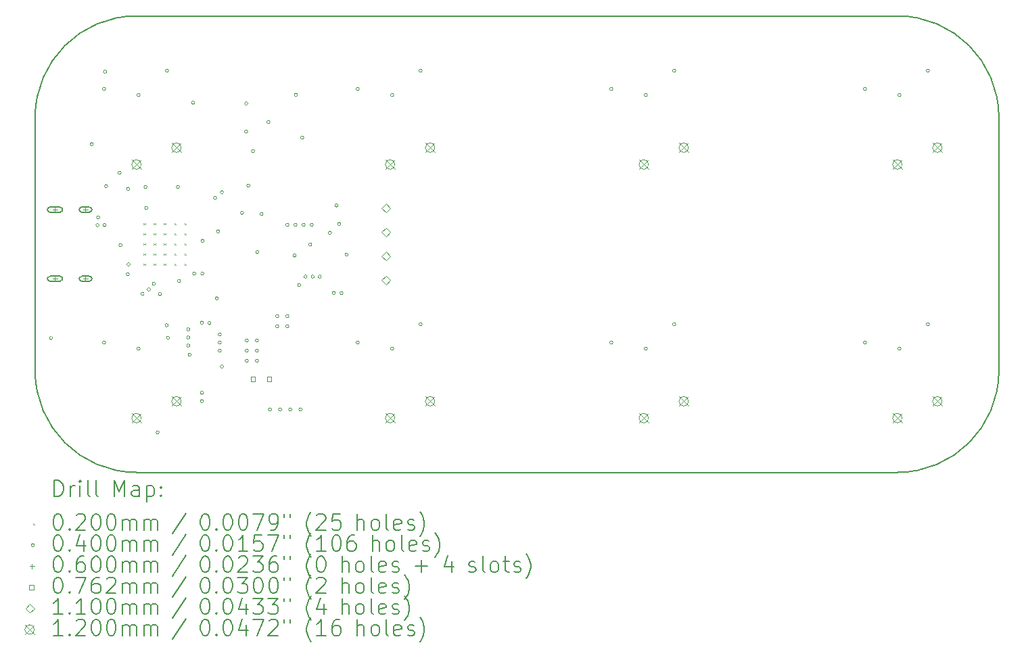
<source format=gbr>
%TF.GenerationSoftware,KiCad,Pcbnew,(7.0.0)*%
%TF.CreationDate,2023-09-26T17:09:40-04:00*%
%TF.ProjectId,Switch Panel Rev 1,53776974-6368-4205-9061-6e656c205265,rev?*%
%TF.SameCoordinates,Original*%
%TF.FileFunction,Drillmap*%
%TF.FilePolarity,Positive*%
%FSLAX45Y45*%
G04 Gerber Fmt 4.5, Leading zero omitted, Abs format (unit mm)*
G04 Created by KiCad (PCBNEW (7.0.0)) date 2023-09-26 17:09:40*
%MOMM*%
%LPD*%
G01*
G04 APERTURE LIST*
%ADD10C,0.160000*%
%ADD11C,0.200000*%
%ADD12C,0.020000*%
%ADD13C,0.040000*%
%ADD14C,0.060000*%
%ADD15C,0.076200*%
%ADD16C,0.110000*%
%ADD17C,0.120000*%
G04 APERTURE END LIST*
D10*
X5080000Y-3810000D02*
X14605000Y-3810000D01*
X15875000Y-5080000D02*
G75*
G03*
X14605000Y-3810000I-1270000J0D01*
G01*
X14605000Y-9525000D02*
G75*
G03*
X15875000Y-8255000I0J1270000D01*
G01*
X3810000Y-8255000D02*
X3810000Y-5080000D01*
X3810000Y-8255000D02*
G75*
G03*
X5080000Y-9525000I1270000J0D01*
G01*
X14605000Y-9525000D02*
X5080000Y-9525000D01*
X15875000Y-5080000D02*
X15875000Y-8255000D01*
X5080000Y-3810000D02*
G75*
G03*
X3810000Y-5080000I0J-1270000D01*
G01*
D11*
D12*
X5168810Y-6402500D02*
X5188810Y-6422500D01*
X5188810Y-6402500D02*
X5168810Y-6422500D01*
X5168810Y-6530000D02*
X5188810Y-6550000D01*
X5188810Y-6530000D02*
X5168810Y-6550000D01*
X5168810Y-6657500D02*
X5188810Y-6677500D01*
X5188810Y-6657500D02*
X5168810Y-6677500D01*
X5168810Y-6785000D02*
X5188810Y-6805000D01*
X5188810Y-6785000D02*
X5168810Y-6805000D01*
X5168810Y-6912500D02*
X5188810Y-6932500D01*
X5188810Y-6912500D02*
X5168810Y-6932500D01*
X5296310Y-6402500D02*
X5316310Y-6422500D01*
X5316310Y-6402500D02*
X5296310Y-6422500D01*
X5296310Y-6530000D02*
X5316310Y-6550000D01*
X5316310Y-6530000D02*
X5296310Y-6550000D01*
X5296310Y-6657500D02*
X5316310Y-6677500D01*
X5316310Y-6657500D02*
X5296310Y-6677500D01*
X5296310Y-6785000D02*
X5316310Y-6805000D01*
X5316310Y-6785000D02*
X5296310Y-6805000D01*
X5296310Y-6912500D02*
X5316310Y-6932500D01*
X5316310Y-6912500D02*
X5296310Y-6932500D01*
X5423810Y-6402500D02*
X5443810Y-6422500D01*
X5443810Y-6402500D02*
X5423810Y-6422500D01*
X5423810Y-6530000D02*
X5443810Y-6550000D01*
X5443810Y-6530000D02*
X5423810Y-6550000D01*
X5423810Y-6657500D02*
X5443810Y-6677500D01*
X5443810Y-6657500D02*
X5423810Y-6677500D01*
X5423810Y-6785000D02*
X5443810Y-6805000D01*
X5443810Y-6785000D02*
X5423810Y-6805000D01*
X5423810Y-6912500D02*
X5443810Y-6932500D01*
X5443810Y-6912500D02*
X5423810Y-6932500D01*
X5551310Y-6402500D02*
X5571310Y-6422500D01*
X5571310Y-6402500D02*
X5551310Y-6422500D01*
X5551310Y-6530000D02*
X5571310Y-6550000D01*
X5571310Y-6530000D02*
X5551310Y-6550000D01*
X5551310Y-6657500D02*
X5571310Y-6677500D01*
X5571310Y-6657500D02*
X5551310Y-6677500D01*
X5551310Y-6785000D02*
X5571310Y-6805000D01*
X5571310Y-6785000D02*
X5551310Y-6805000D01*
X5551310Y-6912500D02*
X5571310Y-6932500D01*
X5571310Y-6912500D02*
X5551310Y-6932500D01*
X5678810Y-6402500D02*
X5698810Y-6422500D01*
X5698810Y-6402500D02*
X5678810Y-6422500D01*
X5678810Y-6530000D02*
X5698810Y-6550000D01*
X5698810Y-6530000D02*
X5678810Y-6550000D01*
X5678810Y-6657500D02*
X5698810Y-6677500D01*
X5698810Y-6657500D02*
X5678810Y-6677500D01*
X5678810Y-6785000D02*
X5698810Y-6805000D01*
X5698810Y-6785000D02*
X5678810Y-6805000D01*
X5678810Y-6912500D02*
X5698810Y-6932500D01*
X5698810Y-6912500D02*
X5678810Y-6932500D01*
D13*
X4028120Y-7843520D02*
G75*
G03*
X4028120Y-7843520I-20000J0D01*
G01*
X4538660Y-5415280D02*
G75*
G03*
X4538660Y-5415280I-20000J0D01*
G01*
X4611544Y-6429690D02*
G75*
G03*
X4611544Y-6429690I-20000J0D01*
G01*
X4619940Y-6332220D02*
G75*
G03*
X4619940Y-6332220I-20000J0D01*
G01*
X4693600Y-4724400D02*
G75*
G03*
X4693600Y-4724400I-20000J0D01*
G01*
X4693600Y-7899400D02*
G75*
G03*
X4693600Y-7899400I-20000J0D01*
G01*
X4698680Y-6428740D02*
G75*
G03*
X4698680Y-6428740I-20000J0D01*
G01*
X4706300Y-4508500D02*
G75*
G03*
X4706300Y-4508500I-20000J0D01*
G01*
X4719000Y-5941060D02*
G75*
G03*
X4719000Y-5941060I-20000J0D01*
G01*
X4886640Y-5773420D02*
G75*
G03*
X4886640Y-5773420I-20000J0D01*
G01*
X4899340Y-6680200D02*
G75*
G03*
X4899340Y-6680200I-20000J0D01*
G01*
X4990780Y-7043420D02*
G75*
G03*
X4990780Y-7043420I-20000J0D01*
G01*
X4993320Y-5974080D02*
G75*
G03*
X4993320Y-5974080I-20000J0D01*
G01*
X4998400Y-6921500D02*
G75*
G03*
X4998400Y-6921500I-20000J0D01*
G01*
X5125400Y-4800600D02*
G75*
G03*
X5125400Y-4800600I-20000J0D01*
G01*
X5125400Y-7975600D02*
G75*
G03*
X5125400Y-7975600I-20000J0D01*
G01*
X5174854Y-7287950D02*
G75*
G03*
X5174854Y-7287950I-20000J0D01*
G01*
X5211760Y-5951220D02*
G75*
G03*
X5211760Y-5951220I-20000J0D01*
G01*
X5221920Y-6212840D02*
G75*
G03*
X5221920Y-6212840I-20000J0D01*
G01*
X5253948Y-7234985D02*
G75*
G03*
X5253948Y-7234985I-20000J0D01*
G01*
X5316000Y-7162800D02*
G75*
G03*
X5316000Y-7162800I-20000J0D01*
G01*
X5364160Y-9024620D02*
G75*
G03*
X5364160Y-9024620I-20000J0D01*
G01*
X5392100Y-7292340D02*
G75*
G03*
X5392100Y-7292340I-20000J0D01*
G01*
X5475920Y-7683500D02*
G75*
G03*
X5475920Y-7683500I-20000J0D01*
G01*
X5481000Y-4495800D02*
G75*
G03*
X5481000Y-4495800I-20000J0D01*
G01*
X5493700Y-7838440D02*
G75*
G03*
X5493700Y-7838440I-20000J0D01*
G01*
X5618160Y-5951220D02*
G75*
G03*
X5618160Y-5951220I-20000J0D01*
G01*
X5630860Y-7129780D02*
G75*
G03*
X5630860Y-7129780I-20000J0D01*
G01*
X5747700Y-7734300D02*
G75*
G03*
X5747700Y-7734300I-20000J0D01*
G01*
X5747700Y-7835900D02*
G75*
G03*
X5747700Y-7835900I-20000J0D01*
G01*
X5747700Y-7937500D02*
G75*
G03*
X5747700Y-7937500I-20000J0D01*
G01*
X5765480Y-8051800D02*
G75*
G03*
X5765480Y-8051800I-20000J0D01*
G01*
X5808660Y-4897120D02*
G75*
G03*
X5808660Y-4897120I-20000J0D01*
G01*
X5821360Y-7035800D02*
G75*
G03*
X5821360Y-7035800I-20000J0D01*
G01*
X5917880Y-7650480D02*
G75*
G03*
X5917880Y-7650480I-20000J0D01*
G01*
X5917880Y-8527620D02*
G75*
G03*
X5917880Y-8527620I-20000J0D01*
G01*
X5917880Y-8632620D02*
G75*
G03*
X5917880Y-8632620I-20000J0D01*
G01*
X5922960Y-7033260D02*
G75*
G03*
X5922960Y-7033260I-20000J0D01*
G01*
X5925537Y-6626897D02*
G75*
G03*
X5925537Y-6626897I-20000J0D01*
G01*
X6012906Y-7656070D02*
G75*
G03*
X6012906Y-7656070I-20000J0D01*
G01*
X6082980Y-6089710D02*
G75*
G03*
X6082980Y-6089710I-20000J0D01*
G01*
X6105840Y-7345680D02*
G75*
G03*
X6105840Y-7345680I-20000J0D01*
G01*
X6121080Y-6507480D02*
G75*
G03*
X6121080Y-6507480I-20000J0D01*
G01*
X6141400Y-7797800D02*
G75*
G03*
X6141400Y-7797800I-20000J0D01*
G01*
X6141400Y-7899400D02*
G75*
G03*
X6141400Y-7899400I-20000J0D01*
G01*
X6141400Y-8001000D02*
G75*
G03*
X6141400Y-8001000I-20000J0D01*
G01*
X6169340Y-6017260D02*
G75*
G03*
X6169340Y-6017260I-20000J0D01*
G01*
X6169340Y-8199120D02*
G75*
G03*
X6169340Y-8199120I-20000J0D01*
G01*
X6420800Y-6276340D02*
G75*
G03*
X6420800Y-6276340I-20000J0D01*
G01*
X6471600Y-5257800D02*
G75*
G03*
X6471600Y-5257800I-20000J0D01*
G01*
X6474140Y-4907280D02*
G75*
G03*
X6474140Y-4907280I-20000J0D01*
G01*
X6479060Y-7874400D02*
G75*
G03*
X6479060Y-7874400I-20000J0D01*
G01*
X6479060Y-8001400D02*
G75*
G03*
X6479060Y-8001400I-20000J0D01*
G01*
X6479060Y-8128400D02*
G75*
G03*
X6479060Y-8128400I-20000J0D01*
G01*
X6499540Y-5935980D02*
G75*
G03*
X6499540Y-5935980I-20000J0D01*
G01*
X6557960Y-5501640D02*
G75*
G03*
X6557960Y-5501640I-20000J0D01*
G01*
X6606060Y-7874400D02*
G75*
G03*
X6606060Y-7874400I-20000J0D01*
G01*
X6606060Y-8001400D02*
G75*
G03*
X6606060Y-8001400I-20000J0D01*
G01*
X6606060Y-8128400D02*
G75*
G03*
X6606060Y-8128400I-20000J0D01*
G01*
X6611300Y-6766560D02*
G75*
G03*
X6611300Y-6766560I-20000J0D01*
G01*
X6664640Y-6291580D02*
G75*
G03*
X6664640Y-6291580I-20000J0D01*
G01*
X6751000Y-5138420D02*
G75*
G03*
X6751000Y-5138420I-20000J0D01*
G01*
X6771160Y-8738000D02*
G75*
G03*
X6771160Y-8738000I-20000J0D01*
G01*
X6860060Y-7569600D02*
G75*
G03*
X6860060Y-7569600I-20000J0D01*
G01*
X6860060Y-7696600D02*
G75*
G03*
X6860060Y-7696600I-20000J0D01*
G01*
X6898160Y-8738000D02*
G75*
G03*
X6898160Y-8738000I-20000J0D01*
G01*
X6987060Y-6426600D02*
G75*
G03*
X6987060Y-6426600I-20000J0D01*
G01*
X6987060Y-7569600D02*
G75*
G03*
X6987060Y-7569600I-20000J0D01*
G01*
X6987060Y-7696600D02*
G75*
G03*
X6987060Y-7696600I-20000J0D01*
G01*
X7025160Y-8738000D02*
G75*
G03*
X7025160Y-8738000I-20000J0D01*
G01*
X7078500Y-6810140D02*
G75*
G03*
X7078500Y-6810140I-20000J0D01*
G01*
X7088660Y-6426600D02*
G75*
G03*
X7088660Y-6426600I-20000J0D01*
G01*
X7093900Y-4798060D02*
G75*
G03*
X7093900Y-4798060I-20000J0D01*
G01*
X7136920Y-7178440D02*
G75*
G03*
X7136920Y-7178440I-20000J0D01*
G01*
X7152160Y-8738000D02*
G75*
G03*
X7152160Y-8738000I-20000J0D01*
G01*
X7172640Y-5334000D02*
G75*
G03*
X7172640Y-5334000I-20000J0D01*
G01*
X7190260Y-6426600D02*
G75*
G03*
X7190260Y-6426600I-20000J0D01*
G01*
X7215660Y-7074300D02*
G75*
G03*
X7215660Y-7074300I-20000J0D01*
G01*
X7274080Y-6672980D02*
G75*
G03*
X7274080Y-6672980I-20000J0D01*
G01*
X7291860Y-6426600D02*
G75*
G03*
X7291860Y-6426600I-20000J0D01*
G01*
X7304560Y-7074300D02*
G75*
G03*
X7304560Y-7074300I-20000J0D01*
G01*
X7393460Y-7074300D02*
G75*
G03*
X7393460Y-7074300I-20000J0D01*
G01*
X7520460Y-6525660D02*
G75*
G03*
X7520460Y-6525660I-20000J0D01*
G01*
X7568880Y-7279640D02*
G75*
G03*
X7568880Y-7279640I-20000J0D01*
G01*
X7601900Y-6183000D02*
G75*
G03*
X7601900Y-6183000I-20000J0D01*
G01*
X7637300Y-6416120D02*
G75*
G03*
X7637300Y-6416120I-20000J0D01*
G01*
X7665400Y-7279640D02*
G75*
G03*
X7665400Y-7279640I-20000J0D01*
G01*
X7728900Y-6797040D02*
G75*
G03*
X7728900Y-6797040I-20000J0D01*
G01*
X7868600Y-4724400D02*
G75*
G03*
X7868600Y-4724400I-20000J0D01*
G01*
X7868600Y-7899400D02*
G75*
G03*
X7868600Y-7899400I-20000J0D01*
G01*
X8300400Y-4800600D02*
G75*
G03*
X8300400Y-4800600I-20000J0D01*
G01*
X8300400Y-7975600D02*
G75*
G03*
X8300400Y-7975600I-20000J0D01*
G01*
X8656000Y-4495800D02*
G75*
G03*
X8656000Y-4495800I-20000J0D01*
G01*
X8656000Y-7670800D02*
G75*
G03*
X8656000Y-7670800I-20000J0D01*
G01*
X11043600Y-4724400D02*
G75*
G03*
X11043600Y-4724400I-20000J0D01*
G01*
X11043600Y-7899400D02*
G75*
G03*
X11043600Y-7899400I-20000J0D01*
G01*
X11475400Y-4800600D02*
G75*
G03*
X11475400Y-4800600I-20000J0D01*
G01*
X11475400Y-7975600D02*
G75*
G03*
X11475400Y-7975600I-20000J0D01*
G01*
X11831000Y-4495800D02*
G75*
G03*
X11831000Y-4495800I-20000J0D01*
G01*
X11831000Y-7670800D02*
G75*
G03*
X11831000Y-7670800I-20000J0D01*
G01*
X14218600Y-4724400D02*
G75*
G03*
X14218600Y-4724400I-20000J0D01*
G01*
X14218600Y-7899400D02*
G75*
G03*
X14218600Y-7899400I-20000J0D01*
G01*
X14650400Y-4800600D02*
G75*
G03*
X14650400Y-4800600I-20000J0D01*
G01*
X14650400Y-7975600D02*
G75*
G03*
X14650400Y-7975600I-20000J0D01*
G01*
X15006000Y-4495800D02*
G75*
G03*
X15006000Y-4495800I-20000J0D01*
G01*
X15006000Y-7670800D02*
G75*
G03*
X15006000Y-7670800I-20000J0D01*
G01*
D14*
X4058920Y-6205500D02*
X4058920Y-6265500D01*
X4028920Y-6235500D02*
X4088920Y-6235500D01*
D11*
X4123920Y-6205500D02*
X3993920Y-6205500D01*
X3993920Y-6205500D02*
G75*
G03*
X3993920Y-6265500I0J-30000D01*
G01*
X3993920Y-6265500D02*
X4123920Y-6265500D01*
X4123920Y-6265500D02*
G75*
G03*
X4123920Y-6205500I0J30000D01*
G01*
D14*
X4058920Y-7069500D02*
X4058920Y-7129500D01*
X4028920Y-7099500D02*
X4088920Y-7099500D01*
D11*
X4123920Y-7069500D02*
X3993920Y-7069500D01*
X3993920Y-7069500D02*
G75*
G03*
X3993920Y-7129500I0J-30000D01*
G01*
X3993920Y-7129500D02*
X4123920Y-7129500D01*
X4123920Y-7129500D02*
G75*
G03*
X4123920Y-7069500I0J30000D01*
G01*
D14*
X4441420Y-6205500D02*
X4441420Y-6265500D01*
X4411420Y-6235500D02*
X4471420Y-6235500D01*
D11*
X4491420Y-6205500D02*
X4391420Y-6205500D01*
X4391420Y-6205500D02*
G75*
G03*
X4391420Y-6265500I0J-30000D01*
G01*
X4391420Y-6265500D02*
X4491420Y-6265500D01*
X4491420Y-6265500D02*
G75*
G03*
X4491420Y-6205500I0J30000D01*
G01*
D14*
X4441420Y-7069500D02*
X4441420Y-7129500D01*
X4411420Y-7099500D02*
X4471420Y-7099500D01*
D11*
X4491420Y-7069500D02*
X4391420Y-7069500D01*
X4391420Y-7069500D02*
G75*
G03*
X4391420Y-7129500I0J-30000D01*
G01*
X4391420Y-7129500D02*
X4491420Y-7129500D01*
X4491420Y-7129500D02*
G75*
G03*
X4491420Y-7069500I0J30000D01*
G01*
D15*
X6562201Y-8383941D02*
X6562201Y-8330059D01*
X6508319Y-8330059D01*
X6508319Y-8383941D01*
X6562201Y-8383941D01*
X6765401Y-8383941D02*
X6765401Y-8330059D01*
X6711519Y-8330059D01*
X6711519Y-8383941D01*
X6765401Y-8383941D01*
D16*
X8204200Y-6272500D02*
X8259200Y-6217500D01*
X8204200Y-6162500D01*
X8149200Y-6217500D01*
X8204200Y-6272500D01*
X8204200Y-6572500D02*
X8259200Y-6517500D01*
X8204200Y-6462500D01*
X8149200Y-6517500D01*
X8204200Y-6572500D01*
X8204200Y-6872500D02*
X8259200Y-6817500D01*
X8204200Y-6762500D01*
X8149200Y-6817500D01*
X8204200Y-6872500D01*
X8204200Y-7172500D02*
X8259200Y-7117500D01*
X8204200Y-7062500D01*
X8149200Y-7117500D01*
X8204200Y-7172500D01*
D17*
X5020000Y-5610000D02*
X5140000Y-5730000D01*
X5140000Y-5610000D02*
X5020000Y-5730000D01*
X5140000Y-5670000D02*
G75*
G03*
X5140000Y-5670000I-60000J0D01*
G01*
X5020000Y-8785000D02*
X5140000Y-8905000D01*
X5140000Y-8785000D02*
X5020000Y-8905000D01*
X5140000Y-8845000D02*
G75*
G03*
X5140000Y-8845000I-60000J0D01*
G01*
X5520000Y-5400000D02*
X5640000Y-5520000D01*
X5640000Y-5400000D02*
X5520000Y-5520000D01*
X5640000Y-5460000D02*
G75*
G03*
X5640000Y-5460000I-60000J0D01*
G01*
X5520000Y-8575000D02*
X5640000Y-8695000D01*
X5640000Y-8575000D02*
X5520000Y-8695000D01*
X5640000Y-8635000D02*
G75*
G03*
X5640000Y-8635000I-60000J0D01*
G01*
X8195000Y-5610000D02*
X8315000Y-5730000D01*
X8315000Y-5610000D02*
X8195000Y-5730000D01*
X8315000Y-5670000D02*
G75*
G03*
X8315000Y-5670000I-60000J0D01*
G01*
X8195000Y-8785000D02*
X8315000Y-8905000D01*
X8315000Y-8785000D02*
X8195000Y-8905000D01*
X8315000Y-8845000D02*
G75*
G03*
X8315000Y-8845000I-60000J0D01*
G01*
X8695000Y-5400000D02*
X8815000Y-5520000D01*
X8815000Y-5400000D02*
X8695000Y-5520000D01*
X8815000Y-5460000D02*
G75*
G03*
X8815000Y-5460000I-60000J0D01*
G01*
X8695000Y-8575000D02*
X8815000Y-8695000D01*
X8815000Y-8575000D02*
X8695000Y-8695000D01*
X8815000Y-8635000D02*
G75*
G03*
X8815000Y-8635000I-60000J0D01*
G01*
X11370000Y-5610000D02*
X11490000Y-5730000D01*
X11490000Y-5610000D02*
X11370000Y-5730000D01*
X11490000Y-5670000D02*
G75*
G03*
X11490000Y-5670000I-60000J0D01*
G01*
X11370000Y-8785000D02*
X11490000Y-8905000D01*
X11490000Y-8785000D02*
X11370000Y-8905000D01*
X11490000Y-8845000D02*
G75*
G03*
X11490000Y-8845000I-60000J0D01*
G01*
X11870000Y-5400000D02*
X11990000Y-5520000D01*
X11990000Y-5400000D02*
X11870000Y-5520000D01*
X11990000Y-5460000D02*
G75*
G03*
X11990000Y-5460000I-60000J0D01*
G01*
X11870000Y-8575000D02*
X11990000Y-8695000D01*
X11990000Y-8575000D02*
X11870000Y-8695000D01*
X11990000Y-8635000D02*
G75*
G03*
X11990000Y-8635000I-60000J0D01*
G01*
X14545000Y-5610000D02*
X14665000Y-5730000D01*
X14665000Y-5610000D02*
X14545000Y-5730000D01*
X14665000Y-5670000D02*
G75*
G03*
X14665000Y-5670000I-60000J0D01*
G01*
X14545000Y-8785000D02*
X14665000Y-8905000D01*
X14665000Y-8785000D02*
X14545000Y-8905000D01*
X14665000Y-8845000D02*
G75*
G03*
X14665000Y-8845000I-60000J0D01*
G01*
X15045000Y-5400000D02*
X15165000Y-5520000D01*
X15165000Y-5400000D02*
X15045000Y-5520000D01*
X15165000Y-5460000D02*
G75*
G03*
X15165000Y-5460000I-60000J0D01*
G01*
X15045000Y-8575000D02*
X15165000Y-8695000D01*
X15165000Y-8575000D02*
X15045000Y-8695000D01*
X15165000Y-8635000D02*
G75*
G03*
X15165000Y-8635000I-60000J0D01*
G01*
D11*
X4049619Y-9826476D02*
X4049619Y-9626476D01*
X4049619Y-9626476D02*
X4097238Y-9626476D01*
X4097238Y-9626476D02*
X4125809Y-9636000D01*
X4125809Y-9636000D02*
X4144857Y-9655048D01*
X4144857Y-9655048D02*
X4154381Y-9674095D01*
X4154381Y-9674095D02*
X4163905Y-9712190D01*
X4163905Y-9712190D02*
X4163905Y-9740762D01*
X4163905Y-9740762D02*
X4154381Y-9778857D01*
X4154381Y-9778857D02*
X4144857Y-9797905D01*
X4144857Y-9797905D02*
X4125809Y-9816952D01*
X4125809Y-9816952D02*
X4097238Y-9826476D01*
X4097238Y-9826476D02*
X4049619Y-9826476D01*
X4249619Y-9826476D02*
X4249619Y-9693143D01*
X4249619Y-9731238D02*
X4259143Y-9712190D01*
X4259143Y-9712190D02*
X4268667Y-9702667D01*
X4268667Y-9702667D02*
X4287714Y-9693143D01*
X4287714Y-9693143D02*
X4306762Y-9693143D01*
X4373429Y-9826476D02*
X4373429Y-9693143D01*
X4373429Y-9626476D02*
X4363905Y-9636000D01*
X4363905Y-9636000D02*
X4373429Y-9645524D01*
X4373429Y-9645524D02*
X4382952Y-9636000D01*
X4382952Y-9636000D02*
X4373429Y-9626476D01*
X4373429Y-9626476D02*
X4373429Y-9645524D01*
X4497238Y-9826476D02*
X4478190Y-9816952D01*
X4478190Y-9816952D02*
X4468667Y-9797905D01*
X4468667Y-9797905D02*
X4468667Y-9626476D01*
X4602000Y-9826476D02*
X4582952Y-9816952D01*
X4582952Y-9816952D02*
X4573429Y-9797905D01*
X4573429Y-9797905D02*
X4573429Y-9626476D01*
X4798190Y-9826476D02*
X4798190Y-9626476D01*
X4798190Y-9626476D02*
X4864857Y-9769333D01*
X4864857Y-9769333D02*
X4931524Y-9626476D01*
X4931524Y-9626476D02*
X4931524Y-9826476D01*
X5112476Y-9826476D02*
X5112476Y-9721714D01*
X5112476Y-9721714D02*
X5102952Y-9702667D01*
X5102952Y-9702667D02*
X5083905Y-9693143D01*
X5083905Y-9693143D02*
X5045809Y-9693143D01*
X5045809Y-9693143D02*
X5026762Y-9702667D01*
X5112476Y-9816952D02*
X5093429Y-9826476D01*
X5093429Y-9826476D02*
X5045809Y-9826476D01*
X5045809Y-9826476D02*
X5026762Y-9816952D01*
X5026762Y-9816952D02*
X5017238Y-9797905D01*
X5017238Y-9797905D02*
X5017238Y-9778857D01*
X5017238Y-9778857D02*
X5026762Y-9759810D01*
X5026762Y-9759810D02*
X5045809Y-9750286D01*
X5045809Y-9750286D02*
X5093429Y-9750286D01*
X5093429Y-9750286D02*
X5112476Y-9740762D01*
X5207714Y-9693143D02*
X5207714Y-9893143D01*
X5207714Y-9702667D02*
X5226762Y-9693143D01*
X5226762Y-9693143D02*
X5264857Y-9693143D01*
X5264857Y-9693143D02*
X5283905Y-9702667D01*
X5283905Y-9702667D02*
X5293429Y-9712190D01*
X5293429Y-9712190D02*
X5302952Y-9731238D01*
X5302952Y-9731238D02*
X5302952Y-9788381D01*
X5302952Y-9788381D02*
X5293429Y-9807429D01*
X5293429Y-9807429D02*
X5283905Y-9816952D01*
X5283905Y-9816952D02*
X5264857Y-9826476D01*
X5264857Y-9826476D02*
X5226762Y-9826476D01*
X5226762Y-9826476D02*
X5207714Y-9816952D01*
X5388667Y-9807429D02*
X5398190Y-9816952D01*
X5398190Y-9816952D02*
X5388667Y-9826476D01*
X5388667Y-9826476D02*
X5379143Y-9816952D01*
X5379143Y-9816952D02*
X5388667Y-9807429D01*
X5388667Y-9807429D02*
X5388667Y-9826476D01*
X5388667Y-9702667D02*
X5398190Y-9712190D01*
X5398190Y-9712190D02*
X5388667Y-9721714D01*
X5388667Y-9721714D02*
X5379143Y-9712190D01*
X5379143Y-9712190D02*
X5388667Y-9702667D01*
X5388667Y-9702667D02*
X5388667Y-9721714D01*
D12*
X3782000Y-10163000D02*
X3802000Y-10183000D01*
X3802000Y-10163000D02*
X3782000Y-10183000D01*
D11*
X4087714Y-10046476D02*
X4106762Y-10046476D01*
X4106762Y-10046476D02*
X4125809Y-10056000D01*
X4125809Y-10056000D02*
X4135333Y-10065524D01*
X4135333Y-10065524D02*
X4144857Y-10084571D01*
X4144857Y-10084571D02*
X4154381Y-10122667D01*
X4154381Y-10122667D02*
X4154381Y-10170286D01*
X4154381Y-10170286D02*
X4144857Y-10208381D01*
X4144857Y-10208381D02*
X4135333Y-10227429D01*
X4135333Y-10227429D02*
X4125809Y-10236952D01*
X4125809Y-10236952D02*
X4106762Y-10246476D01*
X4106762Y-10246476D02*
X4087714Y-10246476D01*
X4087714Y-10246476D02*
X4068667Y-10236952D01*
X4068667Y-10236952D02*
X4059143Y-10227429D01*
X4059143Y-10227429D02*
X4049619Y-10208381D01*
X4049619Y-10208381D02*
X4040095Y-10170286D01*
X4040095Y-10170286D02*
X4040095Y-10122667D01*
X4040095Y-10122667D02*
X4049619Y-10084571D01*
X4049619Y-10084571D02*
X4059143Y-10065524D01*
X4059143Y-10065524D02*
X4068667Y-10056000D01*
X4068667Y-10056000D02*
X4087714Y-10046476D01*
X4240095Y-10227429D02*
X4249619Y-10236952D01*
X4249619Y-10236952D02*
X4240095Y-10246476D01*
X4240095Y-10246476D02*
X4230571Y-10236952D01*
X4230571Y-10236952D02*
X4240095Y-10227429D01*
X4240095Y-10227429D02*
X4240095Y-10246476D01*
X4325810Y-10065524D02*
X4335333Y-10056000D01*
X4335333Y-10056000D02*
X4354381Y-10046476D01*
X4354381Y-10046476D02*
X4402000Y-10046476D01*
X4402000Y-10046476D02*
X4421048Y-10056000D01*
X4421048Y-10056000D02*
X4430571Y-10065524D01*
X4430571Y-10065524D02*
X4440095Y-10084571D01*
X4440095Y-10084571D02*
X4440095Y-10103619D01*
X4440095Y-10103619D02*
X4430571Y-10132190D01*
X4430571Y-10132190D02*
X4316286Y-10246476D01*
X4316286Y-10246476D02*
X4440095Y-10246476D01*
X4563905Y-10046476D02*
X4582952Y-10046476D01*
X4582952Y-10046476D02*
X4602000Y-10056000D01*
X4602000Y-10056000D02*
X4611524Y-10065524D01*
X4611524Y-10065524D02*
X4621048Y-10084571D01*
X4621048Y-10084571D02*
X4630571Y-10122667D01*
X4630571Y-10122667D02*
X4630571Y-10170286D01*
X4630571Y-10170286D02*
X4621048Y-10208381D01*
X4621048Y-10208381D02*
X4611524Y-10227429D01*
X4611524Y-10227429D02*
X4602000Y-10236952D01*
X4602000Y-10236952D02*
X4582952Y-10246476D01*
X4582952Y-10246476D02*
X4563905Y-10246476D01*
X4563905Y-10246476D02*
X4544857Y-10236952D01*
X4544857Y-10236952D02*
X4535333Y-10227429D01*
X4535333Y-10227429D02*
X4525810Y-10208381D01*
X4525810Y-10208381D02*
X4516286Y-10170286D01*
X4516286Y-10170286D02*
X4516286Y-10122667D01*
X4516286Y-10122667D02*
X4525810Y-10084571D01*
X4525810Y-10084571D02*
X4535333Y-10065524D01*
X4535333Y-10065524D02*
X4544857Y-10056000D01*
X4544857Y-10056000D02*
X4563905Y-10046476D01*
X4754381Y-10046476D02*
X4773429Y-10046476D01*
X4773429Y-10046476D02*
X4792476Y-10056000D01*
X4792476Y-10056000D02*
X4802000Y-10065524D01*
X4802000Y-10065524D02*
X4811524Y-10084571D01*
X4811524Y-10084571D02*
X4821048Y-10122667D01*
X4821048Y-10122667D02*
X4821048Y-10170286D01*
X4821048Y-10170286D02*
X4811524Y-10208381D01*
X4811524Y-10208381D02*
X4802000Y-10227429D01*
X4802000Y-10227429D02*
X4792476Y-10236952D01*
X4792476Y-10236952D02*
X4773429Y-10246476D01*
X4773429Y-10246476D02*
X4754381Y-10246476D01*
X4754381Y-10246476D02*
X4735333Y-10236952D01*
X4735333Y-10236952D02*
X4725810Y-10227429D01*
X4725810Y-10227429D02*
X4716286Y-10208381D01*
X4716286Y-10208381D02*
X4706762Y-10170286D01*
X4706762Y-10170286D02*
X4706762Y-10122667D01*
X4706762Y-10122667D02*
X4716286Y-10084571D01*
X4716286Y-10084571D02*
X4725810Y-10065524D01*
X4725810Y-10065524D02*
X4735333Y-10056000D01*
X4735333Y-10056000D02*
X4754381Y-10046476D01*
X4906762Y-10246476D02*
X4906762Y-10113143D01*
X4906762Y-10132190D02*
X4916286Y-10122667D01*
X4916286Y-10122667D02*
X4935333Y-10113143D01*
X4935333Y-10113143D02*
X4963905Y-10113143D01*
X4963905Y-10113143D02*
X4982952Y-10122667D01*
X4982952Y-10122667D02*
X4992476Y-10141714D01*
X4992476Y-10141714D02*
X4992476Y-10246476D01*
X4992476Y-10141714D02*
X5002000Y-10122667D01*
X5002000Y-10122667D02*
X5021048Y-10113143D01*
X5021048Y-10113143D02*
X5049619Y-10113143D01*
X5049619Y-10113143D02*
X5068667Y-10122667D01*
X5068667Y-10122667D02*
X5078191Y-10141714D01*
X5078191Y-10141714D02*
X5078191Y-10246476D01*
X5173429Y-10246476D02*
X5173429Y-10113143D01*
X5173429Y-10132190D02*
X5182952Y-10122667D01*
X5182952Y-10122667D02*
X5202000Y-10113143D01*
X5202000Y-10113143D02*
X5230572Y-10113143D01*
X5230572Y-10113143D02*
X5249619Y-10122667D01*
X5249619Y-10122667D02*
X5259143Y-10141714D01*
X5259143Y-10141714D02*
X5259143Y-10246476D01*
X5259143Y-10141714D02*
X5268667Y-10122667D01*
X5268667Y-10122667D02*
X5287714Y-10113143D01*
X5287714Y-10113143D02*
X5316286Y-10113143D01*
X5316286Y-10113143D02*
X5335333Y-10122667D01*
X5335333Y-10122667D02*
X5344857Y-10141714D01*
X5344857Y-10141714D02*
X5344857Y-10246476D01*
X5702952Y-10036952D02*
X5531524Y-10294095D01*
X5927714Y-10046476D02*
X5946762Y-10046476D01*
X5946762Y-10046476D02*
X5965810Y-10056000D01*
X5965810Y-10056000D02*
X5975333Y-10065524D01*
X5975333Y-10065524D02*
X5984857Y-10084571D01*
X5984857Y-10084571D02*
X5994381Y-10122667D01*
X5994381Y-10122667D02*
X5994381Y-10170286D01*
X5994381Y-10170286D02*
X5984857Y-10208381D01*
X5984857Y-10208381D02*
X5975333Y-10227429D01*
X5975333Y-10227429D02*
X5965810Y-10236952D01*
X5965810Y-10236952D02*
X5946762Y-10246476D01*
X5946762Y-10246476D02*
X5927714Y-10246476D01*
X5927714Y-10246476D02*
X5908667Y-10236952D01*
X5908667Y-10236952D02*
X5899143Y-10227429D01*
X5899143Y-10227429D02*
X5889619Y-10208381D01*
X5889619Y-10208381D02*
X5880095Y-10170286D01*
X5880095Y-10170286D02*
X5880095Y-10122667D01*
X5880095Y-10122667D02*
X5889619Y-10084571D01*
X5889619Y-10084571D02*
X5899143Y-10065524D01*
X5899143Y-10065524D02*
X5908667Y-10056000D01*
X5908667Y-10056000D02*
X5927714Y-10046476D01*
X6080095Y-10227429D02*
X6089619Y-10236952D01*
X6089619Y-10236952D02*
X6080095Y-10246476D01*
X6080095Y-10246476D02*
X6070571Y-10236952D01*
X6070571Y-10236952D02*
X6080095Y-10227429D01*
X6080095Y-10227429D02*
X6080095Y-10246476D01*
X6213429Y-10046476D02*
X6232476Y-10046476D01*
X6232476Y-10046476D02*
X6251524Y-10056000D01*
X6251524Y-10056000D02*
X6261048Y-10065524D01*
X6261048Y-10065524D02*
X6270571Y-10084571D01*
X6270571Y-10084571D02*
X6280095Y-10122667D01*
X6280095Y-10122667D02*
X6280095Y-10170286D01*
X6280095Y-10170286D02*
X6270571Y-10208381D01*
X6270571Y-10208381D02*
X6261048Y-10227429D01*
X6261048Y-10227429D02*
X6251524Y-10236952D01*
X6251524Y-10236952D02*
X6232476Y-10246476D01*
X6232476Y-10246476D02*
X6213429Y-10246476D01*
X6213429Y-10246476D02*
X6194381Y-10236952D01*
X6194381Y-10236952D02*
X6184857Y-10227429D01*
X6184857Y-10227429D02*
X6175333Y-10208381D01*
X6175333Y-10208381D02*
X6165810Y-10170286D01*
X6165810Y-10170286D02*
X6165810Y-10122667D01*
X6165810Y-10122667D02*
X6175333Y-10084571D01*
X6175333Y-10084571D02*
X6184857Y-10065524D01*
X6184857Y-10065524D02*
X6194381Y-10056000D01*
X6194381Y-10056000D02*
X6213429Y-10046476D01*
X6403905Y-10046476D02*
X6422952Y-10046476D01*
X6422952Y-10046476D02*
X6442000Y-10056000D01*
X6442000Y-10056000D02*
X6451524Y-10065524D01*
X6451524Y-10065524D02*
X6461048Y-10084571D01*
X6461048Y-10084571D02*
X6470571Y-10122667D01*
X6470571Y-10122667D02*
X6470571Y-10170286D01*
X6470571Y-10170286D02*
X6461048Y-10208381D01*
X6461048Y-10208381D02*
X6451524Y-10227429D01*
X6451524Y-10227429D02*
X6442000Y-10236952D01*
X6442000Y-10236952D02*
X6422952Y-10246476D01*
X6422952Y-10246476D02*
X6403905Y-10246476D01*
X6403905Y-10246476D02*
X6384857Y-10236952D01*
X6384857Y-10236952D02*
X6375333Y-10227429D01*
X6375333Y-10227429D02*
X6365810Y-10208381D01*
X6365810Y-10208381D02*
X6356286Y-10170286D01*
X6356286Y-10170286D02*
X6356286Y-10122667D01*
X6356286Y-10122667D02*
X6365810Y-10084571D01*
X6365810Y-10084571D02*
X6375333Y-10065524D01*
X6375333Y-10065524D02*
X6384857Y-10056000D01*
X6384857Y-10056000D02*
X6403905Y-10046476D01*
X6537238Y-10046476D02*
X6670571Y-10046476D01*
X6670571Y-10046476D02*
X6584857Y-10246476D01*
X6756286Y-10246476D02*
X6794381Y-10246476D01*
X6794381Y-10246476D02*
X6813429Y-10236952D01*
X6813429Y-10236952D02*
X6822952Y-10227429D01*
X6822952Y-10227429D02*
X6842000Y-10198857D01*
X6842000Y-10198857D02*
X6851524Y-10160762D01*
X6851524Y-10160762D02*
X6851524Y-10084571D01*
X6851524Y-10084571D02*
X6842000Y-10065524D01*
X6842000Y-10065524D02*
X6832476Y-10056000D01*
X6832476Y-10056000D02*
X6813429Y-10046476D01*
X6813429Y-10046476D02*
X6775333Y-10046476D01*
X6775333Y-10046476D02*
X6756286Y-10056000D01*
X6756286Y-10056000D02*
X6746762Y-10065524D01*
X6746762Y-10065524D02*
X6737238Y-10084571D01*
X6737238Y-10084571D02*
X6737238Y-10132190D01*
X6737238Y-10132190D02*
X6746762Y-10151238D01*
X6746762Y-10151238D02*
X6756286Y-10160762D01*
X6756286Y-10160762D02*
X6775333Y-10170286D01*
X6775333Y-10170286D02*
X6813429Y-10170286D01*
X6813429Y-10170286D02*
X6832476Y-10160762D01*
X6832476Y-10160762D02*
X6842000Y-10151238D01*
X6842000Y-10151238D02*
X6851524Y-10132190D01*
X6927714Y-10046476D02*
X6927714Y-10084571D01*
X7003905Y-10046476D02*
X7003905Y-10084571D01*
X7266762Y-10322667D02*
X7257238Y-10313143D01*
X7257238Y-10313143D02*
X7238191Y-10284571D01*
X7238191Y-10284571D02*
X7228667Y-10265524D01*
X7228667Y-10265524D02*
X7219143Y-10236952D01*
X7219143Y-10236952D02*
X7209619Y-10189333D01*
X7209619Y-10189333D02*
X7209619Y-10151238D01*
X7209619Y-10151238D02*
X7219143Y-10103619D01*
X7219143Y-10103619D02*
X7228667Y-10075048D01*
X7228667Y-10075048D02*
X7238191Y-10056000D01*
X7238191Y-10056000D02*
X7257238Y-10027429D01*
X7257238Y-10027429D02*
X7266762Y-10017905D01*
X7333429Y-10065524D02*
X7342952Y-10056000D01*
X7342952Y-10056000D02*
X7362000Y-10046476D01*
X7362000Y-10046476D02*
X7409619Y-10046476D01*
X7409619Y-10046476D02*
X7428667Y-10056000D01*
X7428667Y-10056000D02*
X7438191Y-10065524D01*
X7438191Y-10065524D02*
X7447714Y-10084571D01*
X7447714Y-10084571D02*
X7447714Y-10103619D01*
X7447714Y-10103619D02*
X7438191Y-10132190D01*
X7438191Y-10132190D02*
X7323905Y-10246476D01*
X7323905Y-10246476D02*
X7447714Y-10246476D01*
X7628667Y-10046476D02*
X7533429Y-10046476D01*
X7533429Y-10046476D02*
X7523905Y-10141714D01*
X7523905Y-10141714D02*
X7533429Y-10132190D01*
X7533429Y-10132190D02*
X7552476Y-10122667D01*
X7552476Y-10122667D02*
X7600095Y-10122667D01*
X7600095Y-10122667D02*
X7619143Y-10132190D01*
X7619143Y-10132190D02*
X7628667Y-10141714D01*
X7628667Y-10141714D02*
X7638191Y-10160762D01*
X7638191Y-10160762D02*
X7638191Y-10208381D01*
X7638191Y-10208381D02*
X7628667Y-10227429D01*
X7628667Y-10227429D02*
X7619143Y-10236952D01*
X7619143Y-10236952D02*
X7600095Y-10246476D01*
X7600095Y-10246476D02*
X7552476Y-10246476D01*
X7552476Y-10246476D02*
X7533429Y-10236952D01*
X7533429Y-10236952D02*
X7523905Y-10227429D01*
X7843905Y-10246476D02*
X7843905Y-10046476D01*
X7929619Y-10246476D02*
X7929619Y-10141714D01*
X7929619Y-10141714D02*
X7920095Y-10122667D01*
X7920095Y-10122667D02*
X7901048Y-10113143D01*
X7901048Y-10113143D02*
X7872476Y-10113143D01*
X7872476Y-10113143D02*
X7853429Y-10122667D01*
X7853429Y-10122667D02*
X7843905Y-10132190D01*
X8053429Y-10246476D02*
X8034381Y-10236952D01*
X8034381Y-10236952D02*
X8024857Y-10227429D01*
X8024857Y-10227429D02*
X8015333Y-10208381D01*
X8015333Y-10208381D02*
X8015333Y-10151238D01*
X8015333Y-10151238D02*
X8024857Y-10132190D01*
X8024857Y-10132190D02*
X8034381Y-10122667D01*
X8034381Y-10122667D02*
X8053429Y-10113143D01*
X8053429Y-10113143D02*
X8082000Y-10113143D01*
X8082000Y-10113143D02*
X8101048Y-10122667D01*
X8101048Y-10122667D02*
X8110572Y-10132190D01*
X8110572Y-10132190D02*
X8120095Y-10151238D01*
X8120095Y-10151238D02*
X8120095Y-10208381D01*
X8120095Y-10208381D02*
X8110572Y-10227429D01*
X8110572Y-10227429D02*
X8101048Y-10236952D01*
X8101048Y-10236952D02*
X8082000Y-10246476D01*
X8082000Y-10246476D02*
X8053429Y-10246476D01*
X8234381Y-10246476D02*
X8215333Y-10236952D01*
X8215333Y-10236952D02*
X8205810Y-10217905D01*
X8205810Y-10217905D02*
X8205810Y-10046476D01*
X8386762Y-10236952D02*
X8367714Y-10246476D01*
X8367714Y-10246476D02*
X8329619Y-10246476D01*
X8329619Y-10246476D02*
X8310572Y-10236952D01*
X8310572Y-10236952D02*
X8301048Y-10217905D01*
X8301048Y-10217905D02*
X8301048Y-10141714D01*
X8301048Y-10141714D02*
X8310572Y-10122667D01*
X8310572Y-10122667D02*
X8329619Y-10113143D01*
X8329619Y-10113143D02*
X8367714Y-10113143D01*
X8367714Y-10113143D02*
X8386762Y-10122667D01*
X8386762Y-10122667D02*
X8396286Y-10141714D01*
X8396286Y-10141714D02*
X8396286Y-10160762D01*
X8396286Y-10160762D02*
X8301048Y-10179810D01*
X8472476Y-10236952D02*
X8491524Y-10246476D01*
X8491524Y-10246476D02*
X8529619Y-10246476D01*
X8529619Y-10246476D02*
X8548667Y-10236952D01*
X8548667Y-10236952D02*
X8558191Y-10217905D01*
X8558191Y-10217905D02*
X8558191Y-10208381D01*
X8558191Y-10208381D02*
X8548667Y-10189333D01*
X8548667Y-10189333D02*
X8529619Y-10179810D01*
X8529619Y-10179810D02*
X8501048Y-10179810D01*
X8501048Y-10179810D02*
X8482000Y-10170286D01*
X8482000Y-10170286D02*
X8472476Y-10151238D01*
X8472476Y-10151238D02*
X8472476Y-10141714D01*
X8472476Y-10141714D02*
X8482000Y-10122667D01*
X8482000Y-10122667D02*
X8501048Y-10113143D01*
X8501048Y-10113143D02*
X8529619Y-10113143D01*
X8529619Y-10113143D02*
X8548667Y-10122667D01*
X8624857Y-10322667D02*
X8634381Y-10313143D01*
X8634381Y-10313143D02*
X8653429Y-10284571D01*
X8653429Y-10284571D02*
X8662953Y-10265524D01*
X8662953Y-10265524D02*
X8672476Y-10236952D01*
X8672476Y-10236952D02*
X8682000Y-10189333D01*
X8682000Y-10189333D02*
X8682000Y-10151238D01*
X8682000Y-10151238D02*
X8672476Y-10103619D01*
X8672476Y-10103619D02*
X8662953Y-10075048D01*
X8662953Y-10075048D02*
X8653429Y-10056000D01*
X8653429Y-10056000D02*
X8634381Y-10027429D01*
X8634381Y-10027429D02*
X8624857Y-10017905D01*
D13*
X3802000Y-10437000D02*
G75*
G03*
X3802000Y-10437000I-20000J0D01*
G01*
D11*
X4087714Y-10310476D02*
X4106762Y-10310476D01*
X4106762Y-10310476D02*
X4125809Y-10320000D01*
X4125809Y-10320000D02*
X4135333Y-10329524D01*
X4135333Y-10329524D02*
X4144857Y-10348571D01*
X4144857Y-10348571D02*
X4154381Y-10386667D01*
X4154381Y-10386667D02*
X4154381Y-10434286D01*
X4154381Y-10434286D02*
X4144857Y-10472381D01*
X4144857Y-10472381D02*
X4135333Y-10491429D01*
X4135333Y-10491429D02*
X4125809Y-10500952D01*
X4125809Y-10500952D02*
X4106762Y-10510476D01*
X4106762Y-10510476D02*
X4087714Y-10510476D01*
X4087714Y-10510476D02*
X4068667Y-10500952D01*
X4068667Y-10500952D02*
X4059143Y-10491429D01*
X4059143Y-10491429D02*
X4049619Y-10472381D01*
X4049619Y-10472381D02*
X4040095Y-10434286D01*
X4040095Y-10434286D02*
X4040095Y-10386667D01*
X4040095Y-10386667D02*
X4049619Y-10348571D01*
X4049619Y-10348571D02*
X4059143Y-10329524D01*
X4059143Y-10329524D02*
X4068667Y-10320000D01*
X4068667Y-10320000D02*
X4087714Y-10310476D01*
X4240095Y-10491429D02*
X4249619Y-10500952D01*
X4249619Y-10500952D02*
X4240095Y-10510476D01*
X4240095Y-10510476D02*
X4230571Y-10500952D01*
X4230571Y-10500952D02*
X4240095Y-10491429D01*
X4240095Y-10491429D02*
X4240095Y-10510476D01*
X4421048Y-10377143D02*
X4421048Y-10510476D01*
X4373429Y-10300952D02*
X4325810Y-10443810D01*
X4325810Y-10443810D02*
X4449619Y-10443810D01*
X4563905Y-10310476D02*
X4582952Y-10310476D01*
X4582952Y-10310476D02*
X4602000Y-10320000D01*
X4602000Y-10320000D02*
X4611524Y-10329524D01*
X4611524Y-10329524D02*
X4621048Y-10348571D01*
X4621048Y-10348571D02*
X4630571Y-10386667D01*
X4630571Y-10386667D02*
X4630571Y-10434286D01*
X4630571Y-10434286D02*
X4621048Y-10472381D01*
X4621048Y-10472381D02*
X4611524Y-10491429D01*
X4611524Y-10491429D02*
X4602000Y-10500952D01*
X4602000Y-10500952D02*
X4582952Y-10510476D01*
X4582952Y-10510476D02*
X4563905Y-10510476D01*
X4563905Y-10510476D02*
X4544857Y-10500952D01*
X4544857Y-10500952D02*
X4535333Y-10491429D01*
X4535333Y-10491429D02*
X4525810Y-10472381D01*
X4525810Y-10472381D02*
X4516286Y-10434286D01*
X4516286Y-10434286D02*
X4516286Y-10386667D01*
X4516286Y-10386667D02*
X4525810Y-10348571D01*
X4525810Y-10348571D02*
X4535333Y-10329524D01*
X4535333Y-10329524D02*
X4544857Y-10320000D01*
X4544857Y-10320000D02*
X4563905Y-10310476D01*
X4754381Y-10310476D02*
X4773429Y-10310476D01*
X4773429Y-10310476D02*
X4792476Y-10320000D01*
X4792476Y-10320000D02*
X4802000Y-10329524D01*
X4802000Y-10329524D02*
X4811524Y-10348571D01*
X4811524Y-10348571D02*
X4821048Y-10386667D01*
X4821048Y-10386667D02*
X4821048Y-10434286D01*
X4821048Y-10434286D02*
X4811524Y-10472381D01*
X4811524Y-10472381D02*
X4802000Y-10491429D01*
X4802000Y-10491429D02*
X4792476Y-10500952D01*
X4792476Y-10500952D02*
X4773429Y-10510476D01*
X4773429Y-10510476D02*
X4754381Y-10510476D01*
X4754381Y-10510476D02*
X4735333Y-10500952D01*
X4735333Y-10500952D02*
X4725810Y-10491429D01*
X4725810Y-10491429D02*
X4716286Y-10472381D01*
X4716286Y-10472381D02*
X4706762Y-10434286D01*
X4706762Y-10434286D02*
X4706762Y-10386667D01*
X4706762Y-10386667D02*
X4716286Y-10348571D01*
X4716286Y-10348571D02*
X4725810Y-10329524D01*
X4725810Y-10329524D02*
X4735333Y-10320000D01*
X4735333Y-10320000D02*
X4754381Y-10310476D01*
X4906762Y-10510476D02*
X4906762Y-10377143D01*
X4906762Y-10396190D02*
X4916286Y-10386667D01*
X4916286Y-10386667D02*
X4935333Y-10377143D01*
X4935333Y-10377143D02*
X4963905Y-10377143D01*
X4963905Y-10377143D02*
X4982952Y-10386667D01*
X4982952Y-10386667D02*
X4992476Y-10405714D01*
X4992476Y-10405714D02*
X4992476Y-10510476D01*
X4992476Y-10405714D02*
X5002000Y-10386667D01*
X5002000Y-10386667D02*
X5021048Y-10377143D01*
X5021048Y-10377143D02*
X5049619Y-10377143D01*
X5049619Y-10377143D02*
X5068667Y-10386667D01*
X5068667Y-10386667D02*
X5078191Y-10405714D01*
X5078191Y-10405714D02*
X5078191Y-10510476D01*
X5173429Y-10510476D02*
X5173429Y-10377143D01*
X5173429Y-10396190D02*
X5182952Y-10386667D01*
X5182952Y-10386667D02*
X5202000Y-10377143D01*
X5202000Y-10377143D02*
X5230572Y-10377143D01*
X5230572Y-10377143D02*
X5249619Y-10386667D01*
X5249619Y-10386667D02*
X5259143Y-10405714D01*
X5259143Y-10405714D02*
X5259143Y-10510476D01*
X5259143Y-10405714D02*
X5268667Y-10386667D01*
X5268667Y-10386667D02*
X5287714Y-10377143D01*
X5287714Y-10377143D02*
X5316286Y-10377143D01*
X5316286Y-10377143D02*
X5335333Y-10386667D01*
X5335333Y-10386667D02*
X5344857Y-10405714D01*
X5344857Y-10405714D02*
X5344857Y-10510476D01*
X5702952Y-10300952D02*
X5531524Y-10558095D01*
X5927714Y-10310476D02*
X5946762Y-10310476D01*
X5946762Y-10310476D02*
X5965810Y-10320000D01*
X5965810Y-10320000D02*
X5975333Y-10329524D01*
X5975333Y-10329524D02*
X5984857Y-10348571D01*
X5984857Y-10348571D02*
X5994381Y-10386667D01*
X5994381Y-10386667D02*
X5994381Y-10434286D01*
X5994381Y-10434286D02*
X5984857Y-10472381D01*
X5984857Y-10472381D02*
X5975333Y-10491429D01*
X5975333Y-10491429D02*
X5965810Y-10500952D01*
X5965810Y-10500952D02*
X5946762Y-10510476D01*
X5946762Y-10510476D02*
X5927714Y-10510476D01*
X5927714Y-10510476D02*
X5908667Y-10500952D01*
X5908667Y-10500952D02*
X5899143Y-10491429D01*
X5899143Y-10491429D02*
X5889619Y-10472381D01*
X5889619Y-10472381D02*
X5880095Y-10434286D01*
X5880095Y-10434286D02*
X5880095Y-10386667D01*
X5880095Y-10386667D02*
X5889619Y-10348571D01*
X5889619Y-10348571D02*
X5899143Y-10329524D01*
X5899143Y-10329524D02*
X5908667Y-10320000D01*
X5908667Y-10320000D02*
X5927714Y-10310476D01*
X6080095Y-10491429D02*
X6089619Y-10500952D01*
X6089619Y-10500952D02*
X6080095Y-10510476D01*
X6080095Y-10510476D02*
X6070571Y-10500952D01*
X6070571Y-10500952D02*
X6080095Y-10491429D01*
X6080095Y-10491429D02*
X6080095Y-10510476D01*
X6213429Y-10310476D02*
X6232476Y-10310476D01*
X6232476Y-10310476D02*
X6251524Y-10320000D01*
X6251524Y-10320000D02*
X6261048Y-10329524D01*
X6261048Y-10329524D02*
X6270571Y-10348571D01*
X6270571Y-10348571D02*
X6280095Y-10386667D01*
X6280095Y-10386667D02*
X6280095Y-10434286D01*
X6280095Y-10434286D02*
X6270571Y-10472381D01*
X6270571Y-10472381D02*
X6261048Y-10491429D01*
X6261048Y-10491429D02*
X6251524Y-10500952D01*
X6251524Y-10500952D02*
X6232476Y-10510476D01*
X6232476Y-10510476D02*
X6213429Y-10510476D01*
X6213429Y-10510476D02*
X6194381Y-10500952D01*
X6194381Y-10500952D02*
X6184857Y-10491429D01*
X6184857Y-10491429D02*
X6175333Y-10472381D01*
X6175333Y-10472381D02*
X6165810Y-10434286D01*
X6165810Y-10434286D02*
X6165810Y-10386667D01*
X6165810Y-10386667D02*
X6175333Y-10348571D01*
X6175333Y-10348571D02*
X6184857Y-10329524D01*
X6184857Y-10329524D02*
X6194381Y-10320000D01*
X6194381Y-10320000D02*
X6213429Y-10310476D01*
X6470571Y-10510476D02*
X6356286Y-10510476D01*
X6413429Y-10510476D02*
X6413429Y-10310476D01*
X6413429Y-10310476D02*
X6394381Y-10339048D01*
X6394381Y-10339048D02*
X6375333Y-10358095D01*
X6375333Y-10358095D02*
X6356286Y-10367619D01*
X6651524Y-10310476D02*
X6556286Y-10310476D01*
X6556286Y-10310476D02*
X6546762Y-10405714D01*
X6546762Y-10405714D02*
X6556286Y-10396190D01*
X6556286Y-10396190D02*
X6575333Y-10386667D01*
X6575333Y-10386667D02*
X6622952Y-10386667D01*
X6622952Y-10386667D02*
X6642000Y-10396190D01*
X6642000Y-10396190D02*
X6651524Y-10405714D01*
X6651524Y-10405714D02*
X6661048Y-10424762D01*
X6661048Y-10424762D02*
X6661048Y-10472381D01*
X6661048Y-10472381D02*
X6651524Y-10491429D01*
X6651524Y-10491429D02*
X6642000Y-10500952D01*
X6642000Y-10500952D02*
X6622952Y-10510476D01*
X6622952Y-10510476D02*
X6575333Y-10510476D01*
X6575333Y-10510476D02*
X6556286Y-10500952D01*
X6556286Y-10500952D02*
X6546762Y-10491429D01*
X6727714Y-10310476D02*
X6861048Y-10310476D01*
X6861048Y-10310476D02*
X6775333Y-10510476D01*
X6927714Y-10310476D02*
X6927714Y-10348571D01*
X7003905Y-10310476D02*
X7003905Y-10348571D01*
X7266762Y-10586667D02*
X7257238Y-10577143D01*
X7257238Y-10577143D02*
X7238191Y-10548571D01*
X7238191Y-10548571D02*
X7228667Y-10529524D01*
X7228667Y-10529524D02*
X7219143Y-10500952D01*
X7219143Y-10500952D02*
X7209619Y-10453333D01*
X7209619Y-10453333D02*
X7209619Y-10415238D01*
X7209619Y-10415238D02*
X7219143Y-10367619D01*
X7219143Y-10367619D02*
X7228667Y-10339048D01*
X7228667Y-10339048D02*
X7238191Y-10320000D01*
X7238191Y-10320000D02*
X7257238Y-10291429D01*
X7257238Y-10291429D02*
X7266762Y-10281905D01*
X7447714Y-10510476D02*
X7333429Y-10510476D01*
X7390571Y-10510476D02*
X7390571Y-10310476D01*
X7390571Y-10310476D02*
X7371524Y-10339048D01*
X7371524Y-10339048D02*
X7352476Y-10358095D01*
X7352476Y-10358095D02*
X7333429Y-10367619D01*
X7571524Y-10310476D02*
X7590572Y-10310476D01*
X7590572Y-10310476D02*
X7609619Y-10320000D01*
X7609619Y-10320000D02*
X7619143Y-10329524D01*
X7619143Y-10329524D02*
X7628667Y-10348571D01*
X7628667Y-10348571D02*
X7638191Y-10386667D01*
X7638191Y-10386667D02*
X7638191Y-10434286D01*
X7638191Y-10434286D02*
X7628667Y-10472381D01*
X7628667Y-10472381D02*
X7619143Y-10491429D01*
X7619143Y-10491429D02*
X7609619Y-10500952D01*
X7609619Y-10500952D02*
X7590572Y-10510476D01*
X7590572Y-10510476D02*
X7571524Y-10510476D01*
X7571524Y-10510476D02*
X7552476Y-10500952D01*
X7552476Y-10500952D02*
X7542952Y-10491429D01*
X7542952Y-10491429D02*
X7533429Y-10472381D01*
X7533429Y-10472381D02*
X7523905Y-10434286D01*
X7523905Y-10434286D02*
X7523905Y-10386667D01*
X7523905Y-10386667D02*
X7533429Y-10348571D01*
X7533429Y-10348571D02*
X7542952Y-10329524D01*
X7542952Y-10329524D02*
X7552476Y-10320000D01*
X7552476Y-10320000D02*
X7571524Y-10310476D01*
X7809619Y-10310476D02*
X7771524Y-10310476D01*
X7771524Y-10310476D02*
X7752476Y-10320000D01*
X7752476Y-10320000D02*
X7742952Y-10329524D01*
X7742952Y-10329524D02*
X7723905Y-10358095D01*
X7723905Y-10358095D02*
X7714381Y-10396190D01*
X7714381Y-10396190D02*
X7714381Y-10472381D01*
X7714381Y-10472381D02*
X7723905Y-10491429D01*
X7723905Y-10491429D02*
X7733429Y-10500952D01*
X7733429Y-10500952D02*
X7752476Y-10510476D01*
X7752476Y-10510476D02*
X7790572Y-10510476D01*
X7790572Y-10510476D02*
X7809619Y-10500952D01*
X7809619Y-10500952D02*
X7819143Y-10491429D01*
X7819143Y-10491429D02*
X7828667Y-10472381D01*
X7828667Y-10472381D02*
X7828667Y-10424762D01*
X7828667Y-10424762D02*
X7819143Y-10405714D01*
X7819143Y-10405714D02*
X7809619Y-10396190D01*
X7809619Y-10396190D02*
X7790572Y-10386667D01*
X7790572Y-10386667D02*
X7752476Y-10386667D01*
X7752476Y-10386667D02*
X7733429Y-10396190D01*
X7733429Y-10396190D02*
X7723905Y-10405714D01*
X7723905Y-10405714D02*
X7714381Y-10424762D01*
X8034381Y-10510476D02*
X8034381Y-10310476D01*
X8120095Y-10510476D02*
X8120095Y-10405714D01*
X8120095Y-10405714D02*
X8110572Y-10386667D01*
X8110572Y-10386667D02*
X8091524Y-10377143D01*
X8091524Y-10377143D02*
X8062952Y-10377143D01*
X8062952Y-10377143D02*
X8043905Y-10386667D01*
X8043905Y-10386667D02*
X8034381Y-10396190D01*
X8243905Y-10510476D02*
X8224857Y-10500952D01*
X8224857Y-10500952D02*
X8215333Y-10491429D01*
X8215333Y-10491429D02*
X8205810Y-10472381D01*
X8205810Y-10472381D02*
X8205810Y-10415238D01*
X8205810Y-10415238D02*
X8215333Y-10396190D01*
X8215333Y-10396190D02*
X8224857Y-10386667D01*
X8224857Y-10386667D02*
X8243905Y-10377143D01*
X8243905Y-10377143D02*
X8272476Y-10377143D01*
X8272476Y-10377143D02*
X8291524Y-10386667D01*
X8291524Y-10386667D02*
X8301048Y-10396190D01*
X8301048Y-10396190D02*
X8310572Y-10415238D01*
X8310572Y-10415238D02*
X8310572Y-10472381D01*
X8310572Y-10472381D02*
X8301048Y-10491429D01*
X8301048Y-10491429D02*
X8291524Y-10500952D01*
X8291524Y-10500952D02*
X8272476Y-10510476D01*
X8272476Y-10510476D02*
X8243905Y-10510476D01*
X8424857Y-10510476D02*
X8405810Y-10500952D01*
X8405810Y-10500952D02*
X8396286Y-10481905D01*
X8396286Y-10481905D02*
X8396286Y-10310476D01*
X8577238Y-10500952D02*
X8558191Y-10510476D01*
X8558191Y-10510476D02*
X8520095Y-10510476D01*
X8520095Y-10510476D02*
X8501048Y-10500952D01*
X8501048Y-10500952D02*
X8491524Y-10481905D01*
X8491524Y-10481905D02*
X8491524Y-10405714D01*
X8491524Y-10405714D02*
X8501048Y-10386667D01*
X8501048Y-10386667D02*
X8520095Y-10377143D01*
X8520095Y-10377143D02*
X8558191Y-10377143D01*
X8558191Y-10377143D02*
X8577238Y-10386667D01*
X8577238Y-10386667D02*
X8586762Y-10405714D01*
X8586762Y-10405714D02*
X8586762Y-10424762D01*
X8586762Y-10424762D02*
X8491524Y-10443810D01*
X8662953Y-10500952D02*
X8682000Y-10510476D01*
X8682000Y-10510476D02*
X8720095Y-10510476D01*
X8720095Y-10510476D02*
X8739143Y-10500952D01*
X8739143Y-10500952D02*
X8748667Y-10481905D01*
X8748667Y-10481905D02*
X8748667Y-10472381D01*
X8748667Y-10472381D02*
X8739143Y-10453333D01*
X8739143Y-10453333D02*
X8720095Y-10443810D01*
X8720095Y-10443810D02*
X8691524Y-10443810D01*
X8691524Y-10443810D02*
X8672476Y-10434286D01*
X8672476Y-10434286D02*
X8662953Y-10415238D01*
X8662953Y-10415238D02*
X8662953Y-10405714D01*
X8662953Y-10405714D02*
X8672476Y-10386667D01*
X8672476Y-10386667D02*
X8691524Y-10377143D01*
X8691524Y-10377143D02*
X8720095Y-10377143D01*
X8720095Y-10377143D02*
X8739143Y-10386667D01*
X8815334Y-10586667D02*
X8824857Y-10577143D01*
X8824857Y-10577143D02*
X8843905Y-10548571D01*
X8843905Y-10548571D02*
X8853429Y-10529524D01*
X8853429Y-10529524D02*
X8862953Y-10500952D01*
X8862953Y-10500952D02*
X8872476Y-10453333D01*
X8872476Y-10453333D02*
X8872476Y-10415238D01*
X8872476Y-10415238D02*
X8862953Y-10367619D01*
X8862953Y-10367619D02*
X8853429Y-10339048D01*
X8853429Y-10339048D02*
X8843905Y-10320000D01*
X8843905Y-10320000D02*
X8824857Y-10291429D01*
X8824857Y-10291429D02*
X8815334Y-10281905D01*
D14*
X3772000Y-10671000D02*
X3772000Y-10731000D01*
X3742000Y-10701000D02*
X3802000Y-10701000D01*
D11*
X4087714Y-10574476D02*
X4106762Y-10574476D01*
X4106762Y-10574476D02*
X4125809Y-10584000D01*
X4125809Y-10584000D02*
X4135333Y-10593524D01*
X4135333Y-10593524D02*
X4144857Y-10612571D01*
X4144857Y-10612571D02*
X4154381Y-10650667D01*
X4154381Y-10650667D02*
X4154381Y-10698286D01*
X4154381Y-10698286D02*
X4144857Y-10736381D01*
X4144857Y-10736381D02*
X4135333Y-10755429D01*
X4135333Y-10755429D02*
X4125809Y-10764952D01*
X4125809Y-10764952D02*
X4106762Y-10774476D01*
X4106762Y-10774476D02*
X4087714Y-10774476D01*
X4087714Y-10774476D02*
X4068667Y-10764952D01*
X4068667Y-10764952D02*
X4059143Y-10755429D01*
X4059143Y-10755429D02*
X4049619Y-10736381D01*
X4049619Y-10736381D02*
X4040095Y-10698286D01*
X4040095Y-10698286D02*
X4040095Y-10650667D01*
X4040095Y-10650667D02*
X4049619Y-10612571D01*
X4049619Y-10612571D02*
X4059143Y-10593524D01*
X4059143Y-10593524D02*
X4068667Y-10584000D01*
X4068667Y-10584000D02*
X4087714Y-10574476D01*
X4240095Y-10755429D02*
X4249619Y-10764952D01*
X4249619Y-10764952D02*
X4240095Y-10774476D01*
X4240095Y-10774476D02*
X4230571Y-10764952D01*
X4230571Y-10764952D02*
X4240095Y-10755429D01*
X4240095Y-10755429D02*
X4240095Y-10774476D01*
X4421048Y-10574476D02*
X4382952Y-10574476D01*
X4382952Y-10574476D02*
X4363905Y-10584000D01*
X4363905Y-10584000D02*
X4354381Y-10593524D01*
X4354381Y-10593524D02*
X4335333Y-10622095D01*
X4335333Y-10622095D02*
X4325810Y-10660190D01*
X4325810Y-10660190D02*
X4325810Y-10736381D01*
X4325810Y-10736381D02*
X4335333Y-10755429D01*
X4335333Y-10755429D02*
X4344857Y-10764952D01*
X4344857Y-10764952D02*
X4363905Y-10774476D01*
X4363905Y-10774476D02*
X4402000Y-10774476D01*
X4402000Y-10774476D02*
X4421048Y-10764952D01*
X4421048Y-10764952D02*
X4430571Y-10755429D01*
X4430571Y-10755429D02*
X4440095Y-10736381D01*
X4440095Y-10736381D02*
X4440095Y-10688762D01*
X4440095Y-10688762D02*
X4430571Y-10669714D01*
X4430571Y-10669714D02*
X4421048Y-10660190D01*
X4421048Y-10660190D02*
X4402000Y-10650667D01*
X4402000Y-10650667D02*
X4363905Y-10650667D01*
X4363905Y-10650667D02*
X4344857Y-10660190D01*
X4344857Y-10660190D02*
X4335333Y-10669714D01*
X4335333Y-10669714D02*
X4325810Y-10688762D01*
X4563905Y-10574476D02*
X4582952Y-10574476D01*
X4582952Y-10574476D02*
X4602000Y-10584000D01*
X4602000Y-10584000D02*
X4611524Y-10593524D01*
X4611524Y-10593524D02*
X4621048Y-10612571D01*
X4621048Y-10612571D02*
X4630571Y-10650667D01*
X4630571Y-10650667D02*
X4630571Y-10698286D01*
X4630571Y-10698286D02*
X4621048Y-10736381D01*
X4621048Y-10736381D02*
X4611524Y-10755429D01*
X4611524Y-10755429D02*
X4602000Y-10764952D01*
X4602000Y-10764952D02*
X4582952Y-10774476D01*
X4582952Y-10774476D02*
X4563905Y-10774476D01*
X4563905Y-10774476D02*
X4544857Y-10764952D01*
X4544857Y-10764952D02*
X4535333Y-10755429D01*
X4535333Y-10755429D02*
X4525810Y-10736381D01*
X4525810Y-10736381D02*
X4516286Y-10698286D01*
X4516286Y-10698286D02*
X4516286Y-10650667D01*
X4516286Y-10650667D02*
X4525810Y-10612571D01*
X4525810Y-10612571D02*
X4535333Y-10593524D01*
X4535333Y-10593524D02*
X4544857Y-10584000D01*
X4544857Y-10584000D02*
X4563905Y-10574476D01*
X4754381Y-10574476D02*
X4773429Y-10574476D01*
X4773429Y-10574476D02*
X4792476Y-10584000D01*
X4792476Y-10584000D02*
X4802000Y-10593524D01*
X4802000Y-10593524D02*
X4811524Y-10612571D01*
X4811524Y-10612571D02*
X4821048Y-10650667D01*
X4821048Y-10650667D02*
X4821048Y-10698286D01*
X4821048Y-10698286D02*
X4811524Y-10736381D01*
X4811524Y-10736381D02*
X4802000Y-10755429D01*
X4802000Y-10755429D02*
X4792476Y-10764952D01*
X4792476Y-10764952D02*
X4773429Y-10774476D01*
X4773429Y-10774476D02*
X4754381Y-10774476D01*
X4754381Y-10774476D02*
X4735333Y-10764952D01*
X4735333Y-10764952D02*
X4725810Y-10755429D01*
X4725810Y-10755429D02*
X4716286Y-10736381D01*
X4716286Y-10736381D02*
X4706762Y-10698286D01*
X4706762Y-10698286D02*
X4706762Y-10650667D01*
X4706762Y-10650667D02*
X4716286Y-10612571D01*
X4716286Y-10612571D02*
X4725810Y-10593524D01*
X4725810Y-10593524D02*
X4735333Y-10584000D01*
X4735333Y-10584000D02*
X4754381Y-10574476D01*
X4906762Y-10774476D02*
X4906762Y-10641143D01*
X4906762Y-10660190D02*
X4916286Y-10650667D01*
X4916286Y-10650667D02*
X4935333Y-10641143D01*
X4935333Y-10641143D02*
X4963905Y-10641143D01*
X4963905Y-10641143D02*
X4982952Y-10650667D01*
X4982952Y-10650667D02*
X4992476Y-10669714D01*
X4992476Y-10669714D02*
X4992476Y-10774476D01*
X4992476Y-10669714D02*
X5002000Y-10650667D01*
X5002000Y-10650667D02*
X5021048Y-10641143D01*
X5021048Y-10641143D02*
X5049619Y-10641143D01*
X5049619Y-10641143D02*
X5068667Y-10650667D01*
X5068667Y-10650667D02*
X5078191Y-10669714D01*
X5078191Y-10669714D02*
X5078191Y-10774476D01*
X5173429Y-10774476D02*
X5173429Y-10641143D01*
X5173429Y-10660190D02*
X5182952Y-10650667D01*
X5182952Y-10650667D02*
X5202000Y-10641143D01*
X5202000Y-10641143D02*
X5230572Y-10641143D01*
X5230572Y-10641143D02*
X5249619Y-10650667D01*
X5249619Y-10650667D02*
X5259143Y-10669714D01*
X5259143Y-10669714D02*
X5259143Y-10774476D01*
X5259143Y-10669714D02*
X5268667Y-10650667D01*
X5268667Y-10650667D02*
X5287714Y-10641143D01*
X5287714Y-10641143D02*
X5316286Y-10641143D01*
X5316286Y-10641143D02*
X5335333Y-10650667D01*
X5335333Y-10650667D02*
X5344857Y-10669714D01*
X5344857Y-10669714D02*
X5344857Y-10774476D01*
X5702952Y-10564952D02*
X5531524Y-10822095D01*
X5927714Y-10574476D02*
X5946762Y-10574476D01*
X5946762Y-10574476D02*
X5965810Y-10584000D01*
X5965810Y-10584000D02*
X5975333Y-10593524D01*
X5975333Y-10593524D02*
X5984857Y-10612571D01*
X5984857Y-10612571D02*
X5994381Y-10650667D01*
X5994381Y-10650667D02*
X5994381Y-10698286D01*
X5994381Y-10698286D02*
X5984857Y-10736381D01*
X5984857Y-10736381D02*
X5975333Y-10755429D01*
X5975333Y-10755429D02*
X5965810Y-10764952D01*
X5965810Y-10764952D02*
X5946762Y-10774476D01*
X5946762Y-10774476D02*
X5927714Y-10774476D01*
X5927714Y-10774476D02*
X5908667Y-10764952D01*
X5908667Y-10764952D02*
X5899143Y-10755429D01*
X5899143Y-10755429D02*
X5889619Y-10736381D01*
X5889619Y-10736381D02*
X5880095Y-10698286D01*
X5880095Y-10698286D02*
X5880095Y-10650667D01*
X5880095Y-10650667D02*
X5889619Y-10612571D01*
X5889619Y-10612571D02*
X5899143Y-10593524D01*
X5899143Y-10593524D02*
X5908667Y-10584000D01*
X5908667Y-10584000D02*
X5927714Y-10574476D01*
X6080095Y-10755429D02*
X6089619Y-10764952D01*
X6089619Y-10764952D02*
X6080095Y-10774476D01*
X6080095Y-10774476D02*
X6070571Y-10764952D01*
X6070571Y-10764952D02*
X6080095Y-10755429D01*
X6080095Y-10755429D02*
X6080095Y-10774476D01*
X6213429Y-10574476D02*
X6232476Y-10574476D01*
X6232476Y-10574476D02*
X6251524Y-10584000D01*
X6251524Y-10584000D02*
X6261048Y-10593524D01*
X6261048Y-10593524D02*
X6270571Y-10612571D01*
X6270571Y-10612571D02*
X6280095Y-10650667D01*
X6280095Y-10650667D02*
X6280095Y-10698286D01*
X6280095Y-10698286D02*
X6270571Y-10736381D01*
X6270571Y-10736381D02*
X6261048Y-10755429D01*
X6261048Y-10755429D02*
X6251524Y-10764952D01*
X6251524Y-10764952D02*
X6232476Y-10774476D01*
X6232476Y-10774476D02*
X6213429Y-10774476D01*
X6213429Y-10774476D02*
X6194381Y-10764952D01*
X6194381Y-10764952D02*
X6184857Y-10755429D01*
X6184857Y-10755429D02*
X6175333Y-10736381D01*
X6175333Y-10736381D02*
X6165810Y-10698286D01*
X6165810Y-10698286D02*
X6165810Y-10650667D01*
X6165810Y-10650667D02*
X6175333Y-10612571D01*
X6175333Y-10612571D02*
X6184857Y-10593524D01*
X6184857Y-10593524D02*
X6194381Y-10584000D01*
X6194381Y-10584000D02*
X6213429Y-10574476D01*
X6356286Y-10593524D02*
X6365810Y-10584000D01*
X6365810Y-10584000D02*
X6384857Y-10574476D01*
X6384857Y-10574476D02*
X6432476Y-10574476D01*
X6432476Y-10574476D02*
X6451524Y-10584000D01*
X6451524Y-10584000D02*
X6461048Y-10593524D01*
X6461048Y-10593524D02*
X6470571Y-10612571D01*
X6470571Y-10612571D02*
X6470571Y-10631619D01*
X6470571Y-10631619D02*
X6461048Y-10660190D01*
X6461048Y-10660190D02*
X6346762Y-10774476D01*
X6346762Y-10774476D02*
X6470571Y-10774476D01*
X6537238Y-10574476D02*
X6661048Y-10574476D01*
X6661048Y-10574476D02*
X6594381Y-10650667D01*
X6594381Y-10650667D02*
X6622952Y-10650667D01*
X6622952Y-10650667D02*
X6642000Y-10660190D01*
X6642000Y-10660190D02*
X6651524Y-10669714D01*
X6651524Y-10669714D02*
X6661048Y-10688762D01*
X6661048Y-10688762D02*
X6661048Y-10736381D01*
X6661048Y-10736381D02*
X6651524Y-10755429D01*
X6651524Y-10755429D02*
X6642000Y-10764952D01*
X6642000Y-10764952D02*
X6622952Y-10774476D01*
X6622952Y-10774476D02*
X6565810Y-10774476D01*
X6565810Y-10774476D02*
X6546762Y-10764952D01*
X6546762Y-10764952D02*
X6537238Y-10755429D01*
X6832476Y-10574476D02*
X6794381Y-10574476D01*
X6794381Y-10574476D02*
X6775333Y-10584000D01*
X6775333Y-10584000D02*
X6765810Y-10593524D01*
X6765810Y-10593524D02*
X6746762Y-10622095D01*
X6746762Y-10622095D02*
X6737238Y-10660190D01*
X6737238Y-10660190D02*
X6737238Y-10736381D01*
X6737238Y-10736381D02*
X6746762Y-10755429D01*
X6746762Y-10755429D02*
X6756286Y-10764952D01*
X6756286Y-10764952D02*
X6775333Y-10774476D01*
X6775333Y-10774476D02*
X6813429Y-10774476D01*
X6813429Y-10774476D02*
X6832476Y-10764952D01*
X6832476Y-10764952D02*
X6842000Y-10755429D01*
X6842000Y-10755429D02*
X6851524Y-10736381D01*
X6851524Y-10736381D02*
X6851524Y-10688762D01*
X6851524Y-10688762D02*
X6842000Y-10669714D01*
X6842000Y-10669714D02*
X6832476Y-10660190D01*
X6832476Y-10660190D02*
X6813429Y-10650667D01*
X6813429Y-10650667D02*
X6775333Y-10650667D01*
X6775333Y-10650667D02*
X6756286Y-10660190D01*
X6756286Y-10660190D02*
X6746762Y-10669714D01*
X6746762Y-10669714D02*
X6737238Y-10688762D01*
X6927714Y-10574476D02*
X6927714Y-10612571D01*
X7003905Y-10574476D02*
X7003905Y-10612571D01*
X7266762Y-10850667D02*
X7257238Y-10841143D01*
X7257238Y-10841143D02*
X7238191Y-10812571D01*
X7238191Y-10812571D02*
X7228667Y-10793524D01*
X7228667Y-10793524D02*
X7219143Y-10764952D01*
X7219143Y-10764952D02*
X7209619Y-10717333D01*
X7209619Y-10717333D02*
X7209619Y-10679238D01*
X7209619Y-10679238D02*
X7219143Y-10631619D01*
X7219143Y-10631619D02*
X7228667Y-10603048D01*
X7228667Y-10603048D02*
X7238191Y-10584000D01*
X7238191Y-10584000D02*
X7257238Y-10555429D01*
X7257238Y-10555429D02*
X7266762Y-10545905D01*
X7381048Y-10574476D02*
X7400095Y-10574476D01*
X7400095Y-10574476D02*
X7419143Y-10584000D01*
X7419143Y-10584000D02*
X7428667Y-10593524D01*
X7428667Y-10593524D02*
X7438191Y-10612571D01*
X7438191Y-10612571D02*
X7447714Y-10650667D01*
X7447714Y-10650667D02*
X7447714Y-10698286D01*
X7447714Y-10698286D02*
X7438191Y-10736381D01*
X7438191Y-10736381D02*
X7428667Y-10755429D01*
X7428667Y-10755429D02*
X7419143Y-10764952D01*
X7419143Y-10764952D02*
X7400095Y-10774476D01*
X7400095Y-10774476D02*
X7381048Y-10774476D01*
X7381048Y-10774476D02*
X7362000Y-10764952D01*
X7362000Y-10764952D02*
X7352476Y-10755429D01*
X7352476Y-10755429D02*
X7342952Y-10736381D01*
X7342952Y-10736381D02*
X7333429Y-10698286D01*
X7333429Y-10698286D02*
X7333429Y-10650667D01*
X7333429Y-10650667D02*
X7342952Y-10612571D01*
X7342952Y-10612571D02*
X7352476Y-10593524D01*
X7352476Y-10593524D02*
X7362000Y-10584000D01*
X7362000Y-10584000D02*
X7381048Y-10574476D01*
X7653429Y-10774476D02*
X7653429Y-10574476D01*
X7739143Y-10774476D02*
X7739143Y-10669714D01*
X7739143Y-10669714D02*
X7729619Y-10650667D01*
X7729619Y-10650667D02*
X7710572Y-10641143D01*
X7710572Y-10641143D02*
X7682000Y-10641143D01*
X7682000Y-10641143D02*
X7662952Y-10650667D01*
X7662952Y-10650667D02*
X7653429Y-10660190D01*
X7862952Y-10774476D02*
X7843905Y-10764952D01*
X7843905Y-10764952D02*
X7834381Y-10755429D01*
X7834381Y-10755429D02*
X7824857Y-10736381D01*
X7824857Y-10736381D02*
X7824857Y-10679238D01*
X7824857Y-10679238D02*
X7834381Y-10660190D01*
X7834381Y-10660190D02*
X7843905Y-10650667D01*
X7843905Y-10650667D02*
X7862952Y-10641143D01*
X7862952Y-10641143D02*
X7891524Y-10641143D01*
X7891524Y-10641143D02*
X7910572Y-10650667D01*
X7910572Y-10650667D02*
X7920095Y-10660190D01*
X7920095Y-10660190D02*
X7929619Y-10679238D01*
X7929619Y-10679238D02*
X7929619Y-10736381D01*
X7929619Y-10736381D02*
X7920095Y-10755429D01*
X7920095Y-10755429D02*
X7910572Y-10764952D01*
X7910572Y-10764952D02*
X7891524Y-10774476D01*
X7891524Y-10774476D02*
X7862952Y-10774476D01*
X8043905Y-10774476D02*
X8024857Y-10764952D01*
X8024857Y-10764952D02*
X8015333Y-10745905D01*
X8015333Y-10745905D02*
X8015333Y-10574476D01*
X8196286Y-10764952D02*
X8177238Y-10774476D01*
X8177238Y-10774476D02*
X8139143Y-10774476D01*
X8139143Y-10774476D02*
X8120095Y-10764952D01*
X8120095Y-10764952D02*
X8110572Y-10745905D01*
X8110572Y-10745905D02*
X8110572Y-10669714D01*
X8110572Y-10669714D02*
X8120095Y-10650667D01*
X8120095Y-10650667D02*
X8139143Y-10641143D01*
X8139143Y-10641143D02*
X8177238Y-10641143D01*
X8177238Y-10641143D02*
X8196286Y-10650667D01*
X8196286Y-10650667D02*
X8205810Y-10669714D01*
X8205810Y-10669714D02*
X8205810Y-10688762D01*
X8205810Y-10688762D02*
X8110572Y-10707810D01*
X8282000Y-10764952D02*
X8301048Y-10774476D01*
X8301048Y-10774476D02*
X8339143Y-10774476D01*
X8339143Y-10774476D02*
X8358191Y-10764952D01*
X8358191Y-10764952D02*
X8367714Y-10745905D01*
X8367714Y-10745905D02*
X8367714Y-10736381D01*
X8367714Y-10736381D02*
X8358191Y-10717333D01*
X8358191Y-10717333D02*
X8339143Y-10707810D01*
X8339143Y-10707810D02*
X8310572Y-10707810D01*
X8310572Y-10707810D02*
X8291524Y-10698286D01*
X8291524Y-10698286D02*
X8282000Y-10679238D01*
X8282000Y-10679238D02*
X8282000Y-10669714D01*
X8282000Y-10669714D02*
X8291524Y-10650667D01*
X8291524Y-10650667D02*
X8310572Y-10641143D01*
X8310572Y-10641143D02*
X8339143Y-10641143D01*
X8339143Y-10641143D02*
X8358191Y-10650667D01*
X8573429Y-10698286D02*
X8725810Y-10698286D01*
X8649619Y-10774476D02*
X8649619Y-10622095D01*
X9026762Y-10641143D02*
X9026762Y-10774476D01*
X8979143Y-10564952D02*
X8931524Y-10707810D01*
X8931524Y-10707810D02*
X9055334Y-10707810D01*
X9242000Y-10764952D02*
X9261048Y-10774476D01*
X9261048Y-10774476D02*
X9299143Y-10774476D01*
X9299143Y-10774476D02*
X9318191Y-10764952D01*
X9318191Y-10764952D02*
X9327715Y-10745905D01*
X9327715Y-10745905D02*
X9327715Y-10736381D01*
X9327715Y-10736381D02*
X9318191Y-10717333D01*
X9318191Y-10717333D02*
X9299143Y-10707810D01*
X9299143Y-10707810D02*
X9270572Y-10707810D01*
X9270572Y-10707810D02*
X9251524Y-10698286D01*
X9251524Y-10698286D02*
X9242000Y-10679238D01*
X9242000Y-10679238D02*
X9242000Y-10669714D01*
X9242000Y-10669714D02*
X9251524Y-10650667D01*
X9251524Y-10650667D02*
X9270572Y-10641143D01*
X9270572Y-10641143D02*
X9299143Y-10641143D01*
X9299143Y-10641143D02*
X9318191Y-10650667D01*
X9442000Y-10774476D02*
X9422953Y-10764952D01*
X9422953Y-10764952D02*
X9413429Y-10745905D01*
X9413429Y-10745905D02*
X9413429Y-10574476D01*
X9546762Y-10774476D02*
X9527715Y-10764952D01*
X9527715Y-10764952D02*
X9518191Y-10755429D01*
X9518191Y-10755429D02*
X9508667Y-10736381D01*
X9508667Y-10736381D02*
X9508667Y-10679238D01*
X9508667Y-10679238D02*
X9518191Y-10660190D01*
X9518191Y-10660190D02*
X9527715Y-10650667D01*
X9527715Y-10650667D02*
X9546762Y-10641143D01*
X9546762Y-10641143D02*
X9575334Y-10641143D01*
X9575334Y-10641143D02*
X9594381Y-10650667D01*
X9594381Y-10650667D02*
X9603905Y-10660190D01*
X9603905Y-10660190D02*
X9613429Y-10679238D01*
X9613429Y-10679238D02*
X9613429Y-10736381D01*
X9613429Y-10736381D02*
X9603905Y-10755429D01*
X9603905Y-10755429D02*
X9594381Y-10764952D01*
X9594381Y-10764952D02*
X9575334Y-10774476D01*
X9575334Y-10774476D02*
X9546762Y-10774476D01*
X9670572Y-10641143D02*
X9746762Y-10641143D01*
X9699143Y-10574476D02*
X9699143Y-10745905D01*
X9699143Y-10745905D02*
X9708667Y-10764952D01*
X9708667Y-10764952D02*
X9727715Y-10774476D01*
X9727715Y-10774476D02*
X9746762Y-10774476D01*
X9803905Y-10764952D02*
X9822953Y-10774476D01*
X9822953Y-10774476D02*
X9861048Y-10774476D01*
X9861048Y-10774476D02*
X9880096Y-10764952D01*
X9880096Y-10764952D02*
X9889619Y-10745905D01*
X9889619Y-10745905D02*
X9889619Y-10736381D01*
X9889619Y-10736381D02*
X9880096Y-10717333D01*
X9880096Y-10717333D02*
X9861048Y-10707810D01*
X9861048Y-10707810D02*
X9832476Y-10707810D01*
X9832476Y-10707810D02*
X9813429Y-10698286D01*
X9813429Y-10698286D02*
X9803905Y-10679238D01*
X9803905Y-10679238D02*
X9803905Y-10669714D01*
X9803905Y-10669714D02*
X9813429Y-10650667D01*
X9813429Y-10650667D02*
X9832476Y-10641143D01*
X9832476Y-10641143D02*
X9861048Y-10641143D01*
X9861048Y-10641143D02*
X9880096Y-10650667D01*
X9956286Y-10850667D02*
X9965810Y-10841143D01*
X9965810Y-10841143D02*
X9984857Y-10812571D01*
X9984857Y-10812571D02*
X9994381Y-10793524D01*
X9994381Y-10793524D02*
X10003905Y-10764952D01*
X10003905Y-10764952D02*
X10013429Y-10717333D01*
X10013429Y-10717333D02*
X10013429Y-10679238D01*
X10013429Y-10679238D02*
X10003905Y-10631619D01*
X10003905Y-10631619D02*
X9994381Y-10603048D01*
X9994381Y-10603048D02*
X9984857Y-10584000D01*
X9984857Y-10584000D02*
X9965810Y-10555429D01*
X9965810Y-10555429D02*
X9956286Y-10545905D01*
D15*
X3790841Y-10991941D02*
X3790841Y-10938059D01*
X3736959Y-10938059D01*
X3736959Y-10991941D01*
X3790841Y-10991941D01*
D11*
X4087714Y-10838476D02*
X4106762Y-10838476D01*
X4106762Y-10838476D02*
X4125809Y-10848000D01*
X4125809Y-10848000D02*
X4135333Y-10857524D01*
X4135333Y-10857524D02*
X4144857Y-10876571D01*
X4144857Y-10876571D02*
X4154381Y-10914667D01*
X4154381Y-10914667D02*
X4154381Y-10962286D01*
X4154381Y-10962286D02*
X4144857Y-11000381D01*
X4144857Y-11000381D02*
X4135333Y-11019429D01*
X4135333Y-11019429D02*
X4125809Y-11028952D01*
X4125809Y-11028952D02*
X4106762Y-11038476D01*
X4106762Y-11038476D02*
X4087714Y-11038476D01*
X4087714Y-11038476D02*
X4068667Y-11028952D01*
X4068667Y-11028952D02*
X4059143Y-11019429D01*
X4059143Y-11019429D02*
X4049619Y-11000381D01*
X4049619Y-11000381D02*
X4040095Y-10962286D01*
X4040095Y-10962286D02*
X4040095Y-10914667D01*
X4040095Y-10914667D02*
X4049619Y-10876571D01*
X4049619Y-10876571D02*
X4059143Y-10857524D01*
X4059143Y-10857524D02*
X4068667Y-10848000D01*
X4068667Y-10848000D02*
X4087714Y-10838476D01*
X4240095Y-11019429D02*
X4249619Y-11028952D01*
X4249619Y-11028952D02*
X4240095Y-11038476D01*
X4240095Y-11038476D02*
X4230571Y-11028952D01*
X4230571Y-11028952D02*
X4240095Y-11019429D01*
X4240095Y-11019429D02*
X4240095Y-11038476D01*
X4316286Y-10838476D02*
X4449619Y-10838476D01*
X4449619Y-10838476D02*
X4363905Y-11038476D01*
X4611524Y-10838476D02*
X4573429Y-10838476D01*
X4573429Y-10838476D02*
X4554381Y-10848000D01*
X4554381Y-10848000D02*
X4544857Y-10857524D01*
X4544857Y-10857524D02*
X4525810Y-10886095D01*
X4525810Y-10886095D02*
X4516286Y-10924190D01*
X4516286Y-10924190D02*
X4516286Y-11000381D01*
X4516286Y-11000381D02*
X4525810Y-11019429D01*
X4525810Y-11019429D02*
X4535333Y-11028952D01*
X4535333Y-11028952D02*
X4554381Y-11038476D01*
X4554381Y-11038476D02*
X4592476Y-11038476D01*
X4592476Y-11038476D02*
X4611524Y-11028952D01*
X4611524Y-11028952D02*
X4621048Y-11019429D01*
X4621048Y-11019429D02*
X4630571Y-11000381D01*
X4630571Y-11000381D02*
X4630571Y-10952762D01*
X4630571Y-10952762D02*
X4621048Y-10933714D01*
X4621048Y-10933714D02*
X4611524Y-10924190D01*
X4611524Y-10924190D02*
X4592476Y-10914667D01*
X4592476Y-10914667D02*
X4554381Y-10914667D01*
X4554381Y-10914667D02*
X4535333Y-10924190D01*
X4535333Y-10924190D02*
X4525810Y-10933714D01*
X4525810Y-10933714D02*
X4516286Y-10952762D01*
X4706762Y-10857524D02*
X4716286Y-10848000D01*
X4716286Y-10848000D02*
X4735333Y-10838476D01*
X4735333Y-10838476D02*
X4782952Y-10838476D01*
X4782952Y-10838476D02*
X4802000Y-10848000D01*
X4802000Y-10848000D02*
X4811524Y-10857524D01*
X4811524Y-10857524D02*
X4821048Y-10876571D01*
X4821048Y-10876571D02*
X4821048Y-10895619D01*
X4821048Y-10895619D02*
X4811524Y-10924190D01*
X4811524Y-10924190D02*
X4697238Y-11038476D01*
X4697238Y-11038476D02*
X4821048Y-11038476D01*
X4906762Y-11038476D02*
X4906762Y-10905143D01*
X4906762Y-10924190D02*
X4916286Y-10914667D01*
X4916286Y-10914667D02*
X4935333Y-10905143D01*
X4935333Y-10905143D02*
X4963905Y-10905143D01*
X4963905Y-10905143D02*
X4982952Y-10914667D01*
X4982952Y-10914667D02*
X4992476Y-10933714D01*
X4992476Y-10933714D02*
X4992476Y-11038476D01*
X4992476Y-10933714D02*
X5002000Y-10914667D01*
X5002000Y-10914667D02*
X5021048Y-10905143D01*
X5021048Y-10905143D02*
X5049619Y-10905143D01*
X5049619Y-10905143D02*
X5068667Y-10914667D01*
X5068667Y-10914667D02*
X5078191Y-10933714D01*
X5078191Y-10933714D02*
X5078191Y-11038476D01*
X5173429Y-11038476D02*
X5173429Y-10905143D01*
X5173429Y-10924190D02*
X5182952Y-10914667D01*
X5182952Y-10914667D02*
X5202000Y-10905143D01*
X5202000Y-10905143D02*
X5230572Y-10905143D01*
X5230572Y-10905143D02*
X5249619Y-10914667D01*
X5249619Y-10914667D02*
X5259143Y-10933714D01*
X5259143Y-10933714D02*
X5259143Y-11038476D01*
X5259143Y-10933714D02*
X5268667Y-10914667D01*
X5268667Y-10914667D02*
X5287714Y-10905143D01*
X5287714Y-10905143D02*
X5316286Y-10905143D01*
X5316286Y-10905143D02*
X5335333Y-10914667D01*
X5335333Y-10914667D02*
X5344857Y-10933714D01*
X5344857Y-10933714D02*
X5344857Y-11038476D01*
X5702952Y-10828952D02*
X5531524Y-11086095D01*
X5927714Y-10838476D02*
X5946762Y-10838476D01*
X5946762Y-10838476D02*
X5965810Y-10848000D01*
X5965810Y-10848000D02*
X5975333Y-10857524D01*
X5975333Y-10857524D02*
X5984857Y-10876571D01*
X5984857Y-10876571D02*
X5994381Y-10914667D01*
X5994381Y-10914667D02*
X5994381Y-10962286D01*
X5994381Y-10962286D02*
X5984857Y-11000381D01*
X5984857Y-11000381D02*
X5975333Y-11019429D01*
X5975333Y-11019429D02*
X5965810Y-11028952D01*
X5965810Y-11028952D02*
X5946762Y-11038476D01*
X5946762Y-11038476D02*
X5927714Y-11038476D01*
X5927714Y-11038476D02*
X5908667Y-11028952D01*
X5908667Y-11028952D02*
X5899143Y-11019429D01*
X5899143Y-11019429D02*
X5889619Y-11000381D01*
X5889619Y-11000381D02*
X5880095Y-10962286D01*
X5880095Y-10962286D02*
X5880095Y-10914667D01*
X5880095Y-10914667D02*
X5889619Y-10876571D01*
X5889619Y-10876571D02*
X5899143Y-10857524D01*
X5899143Y-10857524D02*
X5908667Y-10848000D01*
X5908667Y-10848000D02*
X5927714Y-10838476D01*
X6080095Y-11019429D02*
X6089619Y-11028952D01*
X6089619Y-11028952D02*
X6080095Y-11038476D01*
X6080095Y-11038476D02*
X6070571Y-11028952D01*
X6070571Y-11028952D02*
X6080095Y-11019429D01*
X6080095Y-11019429D02*
X6080095Y-11038476D01*
X6213429Y-10838476D02*
X6232476Y-10838476D01*
X6232476Y-10838476D02*
X6251524Y-10848000D01*
X6251524Y-10848000D02*
X6261048Y-10857524D01*
X6261048Y-10857524D02*
X6270571Y-10876571D01*
X6270571Y-10876571D02*
X6280095Y-10914667D01*
X6280095Y-10914667D02*
X6280095Y-10962286D01*
X6280095Y-10962286D02*
X6270571Y-11000381D01*
X6270571Y-11000381D02*
X6261048Y-11019429D01*
X6261048Y-11019429D02*
X6251524Y-11028952D01*
X6251524Y-11028952D02*
X6232476Y-11038476D01*
X6232476Y-11038476D02*
X6213429Y-11038476D01*
X6213429Y-11038476D02*
X6194381Y-11028952D01*
X6194381Y-11028952D02*
X6184857Y-11019429D01*
X6184857Y-11019429D02*
X6175333Y-11000381D01*
X6175333Y-11000381D02*
X6165810Y-10962286D01*
X6165810Y-10962286D02*
X6165810Y-10914667D01*
X6165810Y-10914667D02*
X6175333Y-10876571D01*
X6175333Y-10876571D02*
X6184857Y-10857524D01*
X6184857Y-10857524D02*
X6194381Y-10848000D01*
X6194381Y-10848000D02*
X6213429Y-10838476D01*
X6346762Y-10838476D02*
X6470571Y-10838476D01*
X6470571Y-10838476D02*
X6403905Y-10914667D01*
X6403905Y-10914667D02*
X6432476Y-10914667D01*
X6432476Y-10914667D02*
X6451524Y-10924190D01*
X6451524Y-10924190D02*
X6461048Y-10933714D01*
X6461048Y-10933714D02*
X6470571Y-10952762D01*
X6470571Y-10952762D02*
X6470571Y-11000381D01*
X6470571Y-11000381D02*
X6461048Y-11019429D01*
X6461048Y-11019429D02*
X6451524Y-11028952D01*
X6451524Y-11028952D02*
X6432476Y-11038476D01*
X6432476Y-11038476D02*
X6375333Y-11038476D01*
X6375333Y-11038476D02*
X6356286Y-11028952D01*
X6356286Y-11028952D02*
X6346762Y-11019429D01*
X6594381Y-10838476D02*
X6613429Y-10838476D01*
X6613429Y-10838476D02*
X6632476Y-10848000D01*
X6632476Y-10848000D02*
X6642000Y-10857524D01*
X6642000Y-10857524D02*
X6651524Y-10876571D01*
X6651524Y-10876571D02*
X6661048Y-10914667D01*
X6661048Y-10914667D02*
X6661048Y-10962286D01*
X6661048Y-10962286D02*
X6651524Y-11000381D01*
X6651524Y-11000381D02*
X6642000Y-11019429D01*
X6642000Y-11019429D02*
X6632476Y-11028952D01*
X6632476Y-11028952D02*
X6613429Y-11038476D01*
X6613429Y-11038476D02*
X6594381Y-11038476D01*
X6594381Y-11038476D02*
X6575333Y-11028952D01*
X6575333Y-11028952D02*
X6565810Y-11019429D01*
X6565810Y-11019429D02*
X6556286Y-11000381D01*
X6556286Y-11000381D02*
X6546762Y-10962286D01*
X6546762Y-10962286D02*
X6546762Y-10914667D01*
X6546762Y-10914667D02*
X6556286Y-10876571D01*
X6556286Y-10876571D02*
X6565810Y-10857524D01*
X6565810Y-10857524D02*
X6575333Y-10848000D01*
X6575333Y-10848000D02*
X6594381Y-10838476D01*
X6784857Y-10838476D02*
X6803905Y-10838476D01*
X6803905Y-10838476D02*
X6822952Y-10848000D01*
X6822952Y-10848000D02*
X6832476Y-10857524D01*
X6832476Y-10857524D02*
X6842000Y-10876571D01*
X6842000Y-10876571D02*
X6851524Y-10914667D01*
X6851524Y-10914667D02*
X6851524Y-10962286D01*
X6851524Y-10962286D02*
X6842000Y-11000381D01*
X6842000Y-11000381D02*
X6832476Y-11019429D01*
X6832476Y-11019429D02*
X6822952Y-11028952D01*
X6822952Y-11028952D02*
X6803905Y-11038476D01*
X6803905Y-11038476D02*
X6784857Y-11038476D01*
X6784857Y-11038476D02*
X6765810Y-11028952D01*
X6765810Y-11028952D02*
X6756286Y-11019429D01*
X6756286Y-11019429D02*
X6746762Y-11000381D01*
X6746762Y-11000381D02*
X6737238Y-10962286D01*
X6737238Y-10962286D02*
X6737238Y-10914667D01*
X6737238Y-10914667D02*
X6746762Y-10876571D01*
X6746762Y-10876571D02*
X6756286Y-10857524D01*
X6756286Y-10857524D02*
X6765810Y-10848000D01*
X6765810Y-10848000D02*
X6784857Y-10838476D01*
X6927714Y-10838476D02*
X6927714Y-10876571D01*
X7003905Y-10838476D02*
X7003905Y-10876571D01*
X7266762Y-11114667D02*
X7257238Y-11105143D01*
X7257238Y-11105143D02*
X7238191Y-11076571D01*
X7238191Y-11076571D02*
X7228667Y-11057524D01*
X7228667Y-11057524D02*
X7219143Y-11028952D01*
X7219143Y-11028952D02*
X7209619Y-10981333D01*
X7209619Y-10981333D02*
X7209619Y-10943238D01*
X7209619Y-10943238D02*
X7219143Y-10895619D01*
X7219143Y-10895619D02*
X7228667Y-10867048D01*
X7228667Y-10867048D02*
X7238191Y-10848000D01*
X7238191Y-10848000D02*
X7257238Y-10819429D01*
X7257238Y-10819429D02*
X7266762Y-10809905D01*
X7333429Y-10857524D02*
X7342952Y-10848000D01*
X7342952Y-10848000D02*
X7362000Y-10838476D01*
X7362000Y-10838476D02*
X7409619Y-10838476D01*
X7409619Y-10838476D02*
X7428667Y-10848000D01*
X7428667Y-10848000D02*
X7438191Y-10857524D01*
X7438191Y-10857524D02*
X7447714Y-10876571D01*
X7447714Y-10876571D02*
X7447714Y-10895619D01*
X7447714Y-10895619D02*
X7438191Y-10924190D01*
X7438191Y-10924190D02*
X7323905Y-11038476D01*
X7323905Y-11038476D02*
X7447714Y-11038476D01*
X7653429Y-11038476D02*
X7653429Y-10838476D01*
X7739143Y-11038476D02*
X7739143Y-10933714D01*
X7739143Y-10933714D02*
X7729619Y-10914667D01*
X7729619Y-10914667D02*
X7710572Y-10905143D01*
X7710572Y-10905143D02*
X7682000Y-10905143D01*
X7682000Y-10905143D02*
X7662952Y-10914667D01*
X7662952Y-10914667D02*
X7653429Y-10924190D01*
X7862952Y-11038476D02*
X7843905Y-11028952D01*
X7843905Y-11028952D02*
X7834381Y-11019429D01*
X7834381Y-11019429D02*
X7824857Y-11000381D01*
X7824857Y-11000381D02*
X7824857Y-10943238D01*
X7824857Y-10943238D02*
X7834381Y-10924190D01*
X7834381Y-10924190D02*
X7843905Y-10914667D01*
X7843905Y-10914667D02*
X7862952Y-10905143D01*
X7862952Y-10905143D02*
X7891524Y-10905143D01*
X7891524Y-10905143D02*
X7910572Y-10914667D01*
X7910572Y-10914667D02*
X7920095Y-10924190D01*
X7920095Y-10924190D02*
X7929619Y-10943238D01*
X7929619Y-10943238D02*
X7929619Y-11000381D01*
X7929619Y-11000381D02*
X7920095Y-11019429D01*
X7920095Y-11019429D02*
X7910572Y-11028952D01*
X7910572Y-11028952D02*
X7891524Y-11038476D01*
X7891524Y-11038476D02*
X7862952Y-11038476D01*
X8043905Y-11038476D02*
X8024857Y-11028952D01*
X8024857Y-11028952D02*
X8015333Y-11009905D01*
X8015333Y-11009905D02*
X8015333Y-10838476D01*
X8196286Y-11028952D02*
X8177238Y-11038476D01*
X8177238Y-11038476D02*
X8139143Y-11038476D01*
X8139143Y-11038476D02*
X8120095Y-11028952D01*
X8120095Y-11028952D02*
X8110572Y-11009905D01*
X8110572Y-11009905D02*
X8110572Y-10933714D01*
X8110572Y-10933714D02*
X8120095Y-10914667D01*
X8120095Y-10914667D02*
X8139143Y-10905143D01*
X8139143Y-10905143D02*
X8177238Y-10905143D01*
X8177238Y-10905143D02*
X8196286Y-10914667D01*
X8196286Y-10914667D02*
X8205810Y-10933714D01*
X8205810Y-10933714D02*
X8205810Y-10952762D01*
X8205810Y-10952762D02*
X8110572Y-10971810D01*
X8282000Y-11028952D02*
X8301048Y-11038476D01*
X8301048Y-11038476D02*
X8339143Y-11038476D01*
X8339143Y-11038476D02*
X8358191Y-11028952D01*
X8358191Y-11028952D02*
X8367714Y-11009905D01*
X8367714Y-11009905D02*
X8367714Y-11000381D01*
X8367714Y-11000381D02*
X8358191Y-10981333D01*
X8358191Y-10981333D02*
X8339143Y-10971810D01*
X8339143Y-10971810D02*
X8310572Y-10971810D01*
X8310572Y-10971810D02*
X8291524Y-10962286D01*
X8291524Y-10962286D02*
X8282000Y-10943238D01*
X8282000Y-10943238D02*
X8282000Y-10933714D01*
X8282000Y-10933714D02*
X8291524Y-10914667D01*
X8291524Y-10914667D02*
X8310572Y-10905143D01*
X8310572Y-10905143D02*
X8339143Y-10905143D01*
X8339143Y-10905143D02*
X8358191Y-10914667D01*
X8434381Y-11114667D02*
X8443905Y-11105143D01*
X8443905Y-11105143D02*
X8462953Y-11076571D01*
X8462953Y-11076571D02*
X8472476Y-11057524D01*
X8472476Y-11057524D02*
X8482000Y-11028952D01*
X8482000Y-11028952D02*
X8491524Y-10981333D01*
X8491524Y-10981333D02*
X8491524Y-10943238D01*
X8491524Y-10943238D02*
X8482000Y-10895619D01*
X8482000Y-10895619D02*
X8472476Y-10867048D01*
X8472476Y-10867048D02*
X8462953Y-10848000D01*
X8462953Y-10848000D02*
X8443905Y-10819429D01*
X8443905Y-10819429D02*
X8434381Y-10809905D01*
D16*
X3747000Y-11284000D02*
X3802000Y-11229000D01*
X3747000Y-11174000D01*
X3692000Y-11229000D01*
X3747000Y-11284000D01*
D11*
X4154381Y-11302476D02*
X4040095Y-11302476D01*
X4097238Y-11302476D02*
X4097238Y-11102476D01*
X4097238Y-11102476D02*
X4078190Y-11131048D01*
X4078190Y-11131048D02*
X4059143Y-11150095D01*
X4059143Y-11150095D02*
X4040095Y-11159619D01*
X4240095Y-11283428D02*
X4249619Y-11292952D01*
X4249619Y-11292952D02*
X4240095Y-11302476D01*
X4240095Y-11302476D02*
X4230571Y-11292952D01*
X4230571Y-11292952D02*
X4240095Y-11283428D01*
X4240095Y-11283428D02*
X4240095Y-11302476D01*
X4440095Y-11302476D02*
X4325810Y-11302476D01*
X4382952Y-11302476D02*
X4382952Y-11102476D01*
X4382952Y-11102476D02*
X4363905Y-11131048D01*
X4363905Y-11131048D02*
X4344857Y-11150095D01*
X4344857Y-11150095D02*
X4325810Y-11159619D01*
X4563905Y-11102476D02*
X4582952Y-11102476D01*
X4582952Y-11102476D02*
X4602000Y-11112000D01*
X4602000Y-11112000D02*
X4611524Y-11121524D01*
X4611524Y-11121524D02*
X4621048Y-11140571D01*
X4621048Y-11140571D02*
X4630571Y-11178667D01*
X4630571Y-11178667D02*
X4630571Y-11226286D01*
X4630571Y-11226286D02*
X4621048Y-11264381D01*
X4621048Y-11264381D02*
X4611524Y-11283428D01*
X4611524Y-11283428D02*
X4602000Y-11292952D01*
X4602000Y-11292952D02*
X4582952Y-11302476D01*
X4582952Y-11302476D02*
X4563905Y-11302476D01*
X4563905Y-11302476D02*
X4544857Y-11292952D01*
X4544857Y-11292952D02*
X4535333Y-11283428D01*
X4535333Y-11283428D02*
X4525810Y-11264381D01*
X4525810Y-11264381D02*
X4516286Y-11226286D01*
X4516286Y-11226286D02*
X4516286Y-11178667D01*
X4516286Y-11178667D02*
X4525810Y-11140571D01*
X4525810Y-11140571D02*
X4535333Y-11121524D01*
X4535333Y-11121524D02*
X4544857Y-11112000D01*
X4544857Y-11112000D02*
X4563905Y-11102476D01*
X4754381Y-11102476D02*
X4773429Y-11102476D01*
X4773429Y-11102476D02*
X4792476Y-11112000D01*
X4792476Y-11112000D02*
X4802000Y-11121524D01*
X4802000Y-11121524D02*
X4811524Y-11140571D01*
X4811524Y-11140571D02*
X4821048Y-11178667D01*
X4821048Y-11178667D02*
X4821048Y-11226286D01*
X4821048Y-11226286D02*
X4811524Y-11264381D01*
X4811524Y-11264381D02*
X4802000Y-11283428D01*
X4802000Y-11283428D02*
X4792476Y-11292952D01*
X4792476Y-11292952D02*
X4773429Y-11302476D01*
X4773429Y-11302476D02*
X4754381Y-11302476D01*
X4754381Y-11302476D02*
X4735333Y-11292952D01*
X4735333Y-11292952D02*
X4725810Y-11283428D01*
X4725810Y-11283428D02*
X4716286Y-11264381D01*
X4716286Y-11264381D02*
X4706762Y-11226286D01*
X4706762Y-11226286D02*
X4706762Y-11178667D01*
X4706762Y-11178667D02*
X4716286Y-11140571D01*
X4716286Y-11140571D02*
X4725810Y-11121524D01*
X4725810Y-11121524D02*
X4735333Y-11112000D01*
X4735333Y-11112000D02*
X4754381Y-11102476D01*
X4906762Y-11302476D02*
X4906762Y-11169143D01*
X4906762Y-11188190D02*
X4916286Y-11178667D01*
X4916286Y-11178667D02*
X4935333Y-11169143D01*
X4935333Y-11169143D02*
X4963905Y-11169143D01*
X4963905Y-11169143D02*
X4982952Y-11178667D01*
X4982952Y-11178667D02*
X4992476Y-11197714D01*
X4992476Y-11197714D02*
X4992476Y-11302476D01*
X4992476Y-11197714D02*
X5002000Y-11178667D01*
X5002000Y-11178667D02*
X5021048Y-11169143D01*
X5021048Y-11169143D02*
X5049619Y-11169143D01*
X5049619Y-11169143D02*
X5068667Y-11178667D01*
X5068667Y-11178667D02*
X5078191Y-11197714D01*
X5078191Y-11197714D02*
X5078191Y-11302476D01*
X5173429Y-11302476D02*
X5173429Y-11169143D01*
X5173429Y-11188190D02*
X5182952Y-11178667D01*
X5182952Y-11178667D02*
X5202000Y-11169143D01*
X5202000Y-11169143D02*
X5230572Y-11169143D01*
X5230572Y-11169143D02*
X5249619Y-11178667D01*
X5249619Y-11178667D02*
X5259143Y-11197714D01*
X5259143Y-11197714D02*
X5259143Y-11302476D01*
X5259143Y-11197714D02*
X5268667Y-11178667D01*
X5268667Y-11178667D02*
X5287714Y-11169143D01*
X5287714Y-11169143D02*
X5316286Y-11169143D01*
X5316286Y-11169143D02*
X5335333Y-11178667D01*
X5335333Y-11178667D02*
X5344857Y-11197714D01*
X5344857Y-11197714D02*
X5344857Y-11302476D01*
X5702952Y-11092952D02*
X5531524Y-11350095D01*
X5927714Y-11102476D02*
X5946762Y-11102476D01*
X5946762Y-11102476D02*
X5965810Y-11112000D01*
X5965810Y-11112000D02*
X5975333Y-11121524D01*
X5975333Y-11121524D02*
X5984857Y-11140571D01*
X5984857Y-11140571D02*
X5994381Y-11178667D01*
X5994381Y-11178667D02*
X5994381Y-11226286D01*
X5994381Y-11226286D02*
X5984857Y-11264381D01*
X5984857Y-11264381D02*
X5975333Y-11283428D01*
X5975333Y-11283428D02*
X5965810Y-11292952D01*
X5965810Y-11292952D02*
X5946762Y-11302476D01*
X5946762Y-11302476D02*
X5927714Y-11302476D01*
X5927714Y-11302476D02*
X5908667Y-11292952D01*
X5908667Y-11292952D02*
X5899143Y-11283428D01*
X5899143Y-11283428D02*
X5889619Y-11264381D01*
X5889619Y-11264381D02*
X5880095Y-11226286D01*
X5880095Y-11226286D02*
X5880095Y-11178667D01*
X5880095Y-11178667D02*
X5889619Y-11140571D01*
X5889619Y-11140571D02*
X5899143Y-11121524D01*
X5899143Y-11121524D02*
X5908667Y-11112000D01*
X5908667Y-11112000D02*
X5927714Y-11102476D01*
X6080095Y-11283428D02*
X6089619Y-11292952D01*
X6089619Y-11292952D02*
X6080095Y-11302476D01*
X6080095Y-11302476D02*
X6070571Y-11292952D01*
X6070571Y-11292952D02*
X6080095Y-11283428D01*
X6080095Y-11283428D02*
X6080095Y-11302476D01*
X6213429Y-11102476D02*
X6232476Y-11102476D01*
X6232476Y-11102476D02*
X6251524Y-11112000D01*
X6251524Y-11112000D02*
X6261048Y-11121524D01*
X6261048Y-11121524D02*
X6270571Y-11140571D01*
X6270571Y-11140571D02*
X6280095Y-11178667D01*
X6280095Y-11178667D02*
X6280095Y-11226286D01*
X6280095Y-11226286D02*
X6270571Y-11264381D01*
X6270571Y-11264381D02*
X6261048Y-11283428D01*
X6261048Y-11283428D02*
X6251524Y-11292952D01*
X6251524Y-11292952D02*
X6232476Y-11302476D01*
X6232476Y-11302476D02*
X6213429Y-11302476D01*
X6213429Y-11302476D02*
X6194381Y-11292952D01*
X6194381Y-11292952D02*
X6184857Y-11283428D01*
X6184857Y-11283428D02*
X6175333Y-11264381D01*
X6175333Y-11264381D02*
X6165810Y-11226286D01*
X6165810Y-11226286D02*
X6165810Y-11178667D01*
X6165810Y-11178667D02*
X6175333Y-11140571D01*
X6175333Y-11140571D02*
X6184857Y-11121524D01*
X6184857Y-11121524D02*
X6194381Y-11112000D01*
X6194381Y-11112000D02*
X6213429Y-11102476D01*
X6451524Y-11169143D02*
X6451524Y-11302476D01*
X6403905Y-11092952D02*
X6356286Y-11235809D01*
X6356286Y-11235809D02*
X6480095Y-11235809D01*
X6537238Y-11102476D02*
X6661048Y-11102476D01*
X6661048Y-11102476D02*
X6594381Y-11178667D01*
X6594381Y-11178667D02*
X6622952Y-11178667D01*
X6622952Y-11178667D02*
X6642000Y-11188190D01*
X6642000Y-11188190D02*
X6651524Y-11197714D01*
X6651524Y-11197714D02*
X6661048Y-11216762D01*
X6661048Y-11216762D02*
X6661048Y-11264381D01*
X6661048Y-11264381D02*
X6651524Y-11283428D01*
X6651524Y-11283428D02*
X6642000Y-11292952D01*
X6642000Y-11292952D02*
X6622952Y-11302476D01*
X6622952Y-11302476D02*
X6565810Y-11302476D01*
X6565810Y-11302476D02*
X6546762Y-11292952D01*
X6546762Y-11292952D02*
X6537238Y-11283428D01*
X6727714Y-11102476D02*
X6851524Y-11102476D01*
X6851524Y-11102476D02*
X6784857Y-11178667D01*
X6784857Y-11178667D02*
X6813429Y-11178667D01*
X6813429Y-11178667D02*
X6832476Y-11188190D01*
X6832476Y-11188190D02*
X6842000Y-11197714D01*
X6842000Y-11197714D02*
X6851524Y-11216762D01*
X6851524Y-11216762D02*
X6851524Y-11264381D01*
X6851524Y-11264381D02*
X6842000Y-11283428D01*
X6842000Y-11283428D02*
X6832476Y-11292952D01*
X6832476Y-11292952D02*
X6813429Y-11302476D01*
X6813429Y-11302476D02*
X6756286Y-11302476D01*
X6756286Y-11302476D02*
X6737238Y-11292952D01*
X6737238Y-11292952D02*
X6727714Y-11283428D01*
X6927714Y-11102476D02*
X6927714Y-11140571D01*
X7003905Y-11102476D02*
X7003905Y-11140571D01*
X7266762Y-11378667D02*
X7257238Y-11369143D01*
X7257238Y-11369143D02*
X7238191Y-11340571D01*
X7238191Y-11340571D02*
X7228667Y-11321524D01*
X7228667Y-11321524D02*
X7219143Y-11292952D01*
X7219143Y-11292952D02*
X7209619Y-11245333D01*
X7209619Y-11245333D02*
X7209619Y-11207238D01*
X7209619Y-11207238D02*
X7219143Y-11159619D01*
X7219143Y-11159619D02*
X7228667Y-11131048D01*
X7228667Y-11131048D02*
X7238191Y-11112000D01*
X7238191Y-11112000D02*
X7257238Y-11083429D01*
X7257238Y-11083429D02*
X7266762Y-11073905D01*
X7428667Y-11169143D02*
X7428667Y-11302476D01*
X7381048Y-11092952D02*
X7333429Y-11235809D01*
X7333429Y-11235809D02*
X7457238Y-11235809D01*
X7653429Y-11302476D02*
X7653429Y-11102476D01*
X7739143Y-11302476D02*
X7739143Y-11197714D01*
X7739143Y-11197714D02*
X7729619Y-11178667D01*
X7729619Y-11178667D02*
X7710572Y-11169143D01*
X7710572Y-11169143D02*
X7682000Y-11169143D01*
X7682000Y-11169143D02*
X7662952Y-11178667D01*
X7662952Y-11178667D02*
X7653429Y-11188190D01*
X7862952Y-11302476D02*
X7843905Y-11292952D01*
X7843905Y-11292952D02*
X7834381Y-11283428D01*
X7834381Y-11283428D02*
X7824857Y-11264381D01*
X7824857Y-11264381D02*
X7824857Y-11207238D01*
X7824857Y-11207238D02*
X7834381Y-11188190D01*
X7834381Y-11188190D02*
X7843905Y-11178667D01*
X7843905Y-11178667D02*
X7862952Y-11169143D01*
X7862952Y-11169143D02*
X7891524Y-11169143D01*
X7891524Y-11169143D02*
X7910572Y-11178667D01*
X7910572Y-11178667D02*
X7920095Y-11188190D01*
X7920095Y-11188190D02*
X7929619Y-11207238D01*
X7929619Y-11207238D02*
X7929619Y-11264381D01*
X7929619Y-11264381D02*
X7920095Y-11283428D01*
X7920095Y-11283428D02*
X7910572Y-11292952D01*
X7910572Y-11292952D02*
X7891524Y-11302476D01*
X7891524Y-11302476D02*
X7862952Y-11302476D01*
X8043905Y-11302476D02*
X8024857Y-11292952D01*
X8024857Y-11292952D02*
X8015333Y-11273905D01*
X8015333Y-11273905D02*
X8015333Y-11102476D01*
X8196286Y-11292952D02*
X8177238Y-11302476D01*
X8177238Y-11302476D02*
X8139143Y-11302476D01*
X8139143Y-11302476D02*
X8120095Y-11292952D01*
X8120095Y-11292952D02*
X8110572Y-11273905D01*
X8110572Y-11273905D02*
X8110572Y-11197714D01*
X8110572Y-11197714D02*
X8120095Y-11178667D01*
X8120095Y-11178667D02*
X8139143Y-11169143D01*
X8139143Y-11169143D02*
X8177238Y-11169143D01*
X8177238Y-11169143D02*
X8196286Y-11178667D01*
X8196286Y-11178667D02*
X8205810Y-11197714D01*
X8205810Y-11197714D02*
X8205810Y-11216762D01*
X8205810Y-11216762D02*
X8110572Y-11235809D01*
X8282000Y-11292952D02*
X8301048Y-11302476D01*
X8301048Y-11302476D02*
X8339143Y-11302476D01*
X8339143Y-11302476D02*
X8358191Y-11292952D01*
X8358191Y-11292952D02*
X8367714Y-11273905D01*
X8367714Y-11273905D02*
X8367714Y-11264381D01*
X8367714Y-11264381D02*
X8358191Y-11245333D01*
X8358191Y-11245333D02*
X8339143Y-11235809D01*
X8339143Y-11235809D02*
X8310572Y-11235809D01*
X8310572Y-11235809D02*
X8291524Y-11226286D01*
X8291524Y-11226286D02*
X8282000Y-11207238D01*
X8282000Y-11207238D02*
X8282000Y-11197714D01*
X8282000Y-11197714D02*
X8291524Y-11178667D01*
X8291524Y-11178667D02*
X8310572Y-11169143D01*
X8310572Y-11169143D02*
X8339143Y-11169143D01*
X8339143Y-11169143D02*
X8358191Y-11178667D01*
X8434381Y-11378667D02*
X8443905Y-11369143D01*
X8443905Y-11369143D02*
X8462953Y-11340571D01*
X8462953Y-11340571D02*
X8472476Y-11321524D01*
X8472476Y-11321524D02*
X8482000Y-11292952D01*
X8482000Y-11292952D02*
X8491524Y-11245333D01*
X8491524Y-11245333D02*
X8491524Y-11207238D01*
X8491524Y-11207238D02*
X8482000Y-11159619D01*
X8482000Y-11159619D02*
X8472476Y-11131048D01*
X8472476Y-11131048D02*
X8462953Y-11112000D01*
X8462953Y-11112000D02*
X8443905Y-11083429D01*
X8443905Y-11083429D02*
X8434381Y-11073905D01*
D17*
X3682000Y-11433000D02*
X3802000Y-11553000D01*
X3802000Y-11433000D02*
X3682000Y-11553000D01*
X3802000Y-11493000D02*
G75*
G03*
X3802000Y-11493000I-60000J0D01*
G01*
D11*
X4154381Y-11566476D02*
X4040095Y-11566476D01*
X4097238Y-11566476D02*
X4097238Y-11366476D01*
X4097238Y-11366476D02*
X4078190Y-11395048D01*
X4078190Y-11395048D02*
X4059143Y-11414095D01*
X4059143Y-11414095D02*
X4040095Y-11423619D01*
X4240095Y-11547428D02*
X4249619Y-11556952D01*
X4249619Y-11556952D02*
X4240095Y-11566476D01*
X4240095Y-11566476D02*
X4230571Y-11556952D01*
X4230571Y-11556952D02*
X4240095Y-11547428D01*
X4240095Y-11547428D02*
X4240095Y-11566476D01*
X4325810Y-11385524D02*
X4335333Y-11376000D01*
X4335333Y-11376000D02*
X4354381Y-11366476D01*
X4354381Y-11366476D02*
X4402000Y-11366476D01*
X4402000Y-11366476D02*
X4421048Y-11376000D01*
X4421048Y-11376000D02*
X4430571Y-11385524D01*
X4430571Y-11385524D02*
X4440095Y-11404571D01*
X4440095Y-11404571D02*
X4440095Y-11423619D01*
X4440095Y-11423619D02*
X4430571Y-11452190D01*
X4430571Y-11452190D02*
X4316286Y-11566476D01*
X4316286Y-11566476D02*
X4440095Y-11566476D01*
X4563905Y-11366476D02*
X4582952Y-11366476D01*
X4582952Y-11366476D02*
X4602000Y-11376000D01*
X4602000Y-11376000D02*
X4611524Y-11385524D01*
X4611524Y-11385524D02*
X4621048Y-11404571D01*
X4621048Y-11404571D02*
X4630571Y-11442667D01*
X4630571Y-11442667D02*
X4630571Y-11490286D01*
X4630571Y-11490286D02*
X4621048Y-11528381D01*
X4621048Y-11528381D02*
X4611524Y-11547428D01*
X4611524Y-11547428D02*
X4602000Y-11556952D01*
X4602000Y-11556952D02*
X4582952Y-11566476D01*
X4582952Y-11566476D02*
X4563905Y-11566476D01*
X4563905Y-11566476D02*
X4544857Y-11556952D01*
X4544857Y-11556952D02*
X4535333Y-11547428D01*
X4535333Y-11547428D02*
X4525810Y-11528381D01*
X4525810Y-11528381D02*
X4516286Y-11490286D01*
X4516286Y-11490286D02*
X4516286Y-11442667D01*
X4516286Y-11442667D02*
X4525810Y-11404571D01*
X4525810Y-11404571D02*
X4535333Y-11385524D01*
X4535333Y-11385524D02*
X4544857Y-11376000D01*
X4544857Y-11376000D02*
X4563905Y-11366476D01*
X4754381Y-11366476D02*
X4773429Y-11366476D01*
X4773429Y-11366476D02*
X4792476Y-11376000D01*
X4792476Y-11376000D02*
X4802000Y-11385524D01*
X4802000Y-11385524D02*
X4811524Y-11404571D01*
X4811524Y-11404571D02*
X4821048Y-11442667D01*
X4821048Y-11442667D02*
X4821048Y-11490286D01*
X4821048Y-11490286D02*
X4811524Y-11528381D01*
X4811524Y-11528381D02*
X4802000Y-11547428D01*
X4802000Y-11547428D02*
X4792476Y-11556952D01*
X4792476Y-11556952D02*
X4773429Y-11566476D01*
X4773429Y-11566476D02*
X4754381Y-11566476D01*
X4754381Y-11566476D02*
X4735333Y-11556952D01*
X4735333Y-11556952D02*
X4725810Y-11547428D01*
X4725810Y-11547428D02*
X4716286Y-11528381D01*
X4716286Y-11528381D02*
X4706762Y-11490286D01*
X4706762Y-11490286D02*
X4706762Y-11442667D01*
X4706762Y-11442667D02*
X4716286Y-11404571D01*
X4716286Y-11404571D02*
X4725810Y-11385524D01*
X4725810Y-11385524D02*
X4735333Y-11376000D01*
X4735333Y-11376000D02*
X4754381Y-11366476D01*
X4906762Y-11566476D02*
X4906762Y-11433143D01*
X4906762Y-11452190D02*
X4916286Y-11442667D01*
X4916286Y-11442667D02*
X4935333Y-11433143D01*
X4935333Y-11433143D02*
X4963905Y-11433143D01*
X4963905Y-11433143D02*
X4982952Y-11442667D01*
X4982952Y-11442667D02*
X4992476Y-11461714D01*
X4992476Y-11461714D02*
X4992476Y-11566476D01*
X4992476Y-11461714D02*
X5002000Y-11442667D01*
X5002000Y-11442667D02*
X5021048Y-11433143D01*
X5021048Y-11433143D02*
X5049619Y-11433143D01*
X5049619Y-11433143D02*
X5068667Y-11442667D01*
X5068667Y-11442667D02*
X5078191Y-11461714D01*
X5078191Y-11461714D02*
X5078191Y-11566476D01*
X5173429Y-11566476D02*
X5173429Y-11433143D01*
X5173429Y-11452190D02*
X5182952Y-11442667D01*
X5182952Y-11442667D02*
X5202000Y-11433143D01*
X5202000Y-11433143D02*
X5230572Y-11433143D01*
X5230572Y-11433143D02*
X5249619Y-11442667D01*
X5249619Y-11442667D02*
X5259143Y-11461714D01*
X5259143Y-11461714D02*
X5259143Y-11566476D01*
X5259143Y-11461714D02*
X5268667Y-11442667D01*
X5268667Y-11442667D02*
X5287714Y-11433143D01*
X5287714Y-11433143D02*
X5316286Y-11433143D01*
X5316286Y-11433143D02*
X5335333Y-11442667D01*
X5335333Y-11442667D02*
X5344857Y-11461714D01*
X5344857Y-11461714D02*
X5344857Y-11566476D01*
X5702952Y-11356952D02*
X5531524Y-11614095D01*
X5927714Y-11366476D02*
X5946762Y-11366476D01*
X5946762Y-11366476D02*
X5965810Y-11376000D01*
X5965810Y-11376000D02*
X5975333Y-11385524D01*
X5975333Y-11385524D02*
X5984857Y-11404571D01*
X5984857Y-11404571D02*
X5994381Y-11442667D01*
X5994381Y-11442667D02*
X5994381Y-11490286D01*
X5994381Y-11490286D02*
X5984857Y-11528381D01*
X5984857Y-11528381D02*
X5975333Y-11547428D01*
X5975333Y-11547428D02*
X5965810Y-11556952D01*
X5965810Y-11556952D02*
X5946762Y-11566476D01*
X5946762Y-11566476D02*
X5927714Y-11566476D01*
X5927714Y-11566476D02*
X5908667Y-11556952D01*
X5908667Y-11556952D02*
X5899143Y-11547428D01*
X5899143Y-11547428D02*
X5889619Y-11528381D01*
X5889619Y-11528381D02*
X5880095Y-11490286D01*
X5880095Y-11490286D02*
X5880095Y-11442667D01*
X5880095Y-11442667D02*
X5889619Y-11404571D01*
X5889619Y-11404571D02*
X5899143Y-11385524D01*
X5899143Y-11385524D02*
X5908667Y-11376000D01*
X5908667Y-11376000D02*
X5927714Y-11366476D01*
X6080095Y-11547428D02*
X6089619Y-11556952D01*
X6089619Y-11556952D02*
X6080095Y-11566476D01*
X6080095Y-11566476D02*
X6070571Y-11556952D01*
X6070571Y-11556952D02*
X6080095Y-11547428D01*
X6080095Y-11547428D02*
X6080095Y-11566476D01*
X6213429Y-11366476D02*
X6232476Y-11366476D01*
X6232476Y-11366476D02*
X6251524Y-11376000D01*
X6251524Y-11376000D02*
X6261048Y-11385524D01*
X6261048Y-11385524D02*
X6270571Y-11404571D01*
X6270571Y-11404571D02*
X6280095Y-11442667D01*
X6280095Y-11442667D02*
X6280095Y-11490286D01*
X6280095Y-11490286D02*
X6270571Y-11528381D01*
X6270571Y-11528381D02*
X6261048Y-11547428D01*
X6261048Y-11547428D02*
X6251524Y-11556952D01*
X6251524Y-11556952D02*
X6232476Y-11566476D01*
X6232476Y-11566476D02*
X6213429Y-11566476D01*
X6213429Y-11566476D02*
X6194381Y-11556952D01*
X6194381Y-11556952D02*
X6184857Y-11547428D01*
X6184857Y-11547428D02*
X6175333Y-11528381D01*
X6175333Y-11528381D02*
X6165810Y-11490286D01*
X6165810Y-11490286D02*
X6165810Y-11442667D01*
X6165810Y-11442667D02*
X6175333Y-11404571D01*
X6175333Y-11404571D02*
X6184857Y-11385524D01*
X6184857Y-11385524D02*
X6194381Y-11376000D01*
X6194381Y-11376000D02*
X6213429Y-11366476D01*
X6451524Y-11433143D02*
X6451524Y-11566476D01*
X6403905Y-11356952D02*
X6356286Y-11499809D01*
X6356286Y-11499809D02*
X6480095Y-11499809D01*
X6537238Y-11366476D02*
X6670571Y-11366476D01*
X6670571Y-11366476D02*
X6584857Y-11566476D01*
X6737238Y-11385524D02*
X6746762Y-11376000D01*
X6746762Y-11376000D02*
X6765810Y-11366476D01*
X6765810Y-11366476D02*
X6813429Y-11366476D01*
X6813429Y-11366476D02*
X6832476Y-11376000D01*
X6832476Y-11376000D02*
X6842000Y-11385524D01*
X6842000Y-11385524D02*
X6851524Y-11404571D01*
X6851524Y-11404571D02*
X6851524Y-11423619D01*
X6851524Y-11423619D02*
X6842000Y-11452190D01*
X6842000Y-11452190D02*
X6727714Y-11566476D01*
X6727714Y-11566476D02*
X6851524Y-11566476D01*
X6927714Y-11366476D02*
X6927714Y-11404571D01*
X7003905Y-11366476D02*
X7003905Y-11404571D01*
X7266762Y-11642667D02*
X7257238Y-11633143D01*
X7257238Y-11633143D02*
X7238191Y-11604571D01*
X7238191Y-11604571D02*
X7228667Y-11585524D01*
X7228667Y-11585524D02*
X7219143Y-11556952D01*
X7219143Y-11556952D02*
X7209619Y-11509333D01*
X7209619Y-11509333D02*
X7209619Y-11471238D01*
X7209619Y-11471238D02*
X7219143Y-11423619D01*
X7219143Y-11423619D02*
X7228667Y-11395048D01*
X7228667Y-11395048D02*
X7238191Y-11376000D01*
X7238191Y-11376000D02*
X7257238Y-11347428D01*
X7257238Y-11347428D02*
X7266762Y-11337905D01*
X7447714Y-11566476D02*
X7333429Y-11566476D01*
X7390571Y-11566476D02*
X7390571Y-11366476D01*
X7390571Y-11366476D02*
X7371524Y-11395048D01*
X7371524Y-11395048D02*
X7352476Y-11414095D01*
X7352476Y-11414095D02*
X7333429Y-11423619D01*
X7619143Y-11366476D02*
X7581048Y-11366476D01*
X7581048Y-11366476D02*
X7562000Y-11376000D01*
X7562000Y-11376000D02*
X7552476Y-11385524D01*
X7552476Y-11385524D02*
X7533429Y-11414095D01*
X7533429Y-11414095D02*
X7523905Y-11452190D01*
X7523905Y-11452190D02*
X7523905Y-11528381D01*
X7523905Y-11528381D02*
X7533429Y-11547428D01*
X7533429Y-11547428D02*
X7542952Y-11556952D01*
X7542952Y-11556952D02*
X7562000Y-11566476D01*
X7562000Y-11566476D02*
X7600095Y-11566476D01*
X7600095Y-11566476D02*
X7619143Y-11556952D01*
X7619143Y-11556952D02*
X7628667Y-11547428D01*
X7628667Y-11547428D02*
X7638191Y-11528381D01*
X7638191Y-11528381D02*
X7638191Y-11480762D01*
X7638191Y-11480762D02*
X7628667Y-11461714D01*
X7628667Y-11461714D02*
X7619143Y-11452190D01*
X7619143Y-11452190D02*
X7600095Y-11442667D01*
X7600095Y-11442667D02*
X7562000Y-11442667D01*
X7562000Y-11442667D02*
X7542952Y-11452190D01*
X7542952Y-11452190D02*
X7533429Y-11461714D01*
X7533429Y-11461714D02*
X7523905Y-11480762D01*
X7843905Y-11566476D02*
X7843905Y-11366476D01*
X7929619Y-11566476D02*
X7929619Y-11461714D01*
X7929619Y-11461714D02*
X7920095Y-11442667D01*
X7920095Y-11442667D02*
X7901048Y-11433143D01*
X7901048Y-11433143D02*
X7872476Y-11433143D01*
X7872476Y-11433143D02*
X7853429Y-11442667D01*
X7853429Y-11442667D02*
X7843905Y-11452190D01*
X8053429Y-11566476D02*
X8034381Y-11556952D01*
X8034381Y-11556952D02*
X8024857Y-11547428D01*
X8024857Y-11547428D02*
X8015333Y-11528381D01*
X8015333Y-11528381D02*
X8015333Y-11471238D01*
X8015333Y-11471238D02*
X8024857Y-11452190D01*
X8024857Y-11452190D02*
X8034381Y-11442667D01*
X8034381Y-11442667D02*
X8053429Y-11433143D01*
X8053429Y-11433143D02*
X8082000Y-11433143D01*
X8082000Y-11433143D02*
X8101048Y-11442667D01*
X8101048Y-11442667D02*
X8110572Y-11452190D01*
X8110572Y-11452190D02*
X8120095Y-11471238D01*
X8120095Y-11471238D02*
X8120095Y-11528381D01*
X8120095Y-11528381D02*
X8110572Y-11547428D01*
X8110572Y-11547428D02*
X8101048Y-11556952D01*
X8101048Y-11556952D02*
X8082000Y-11566476D01*
X8082000Y-11566476D02*
X8053429Y-11566476D01*
X8234381Y-11566476D02*
X8215333Y-11556952D01*
X8215333Y-11556952D02*
X8205810Y-11537905D01*
X8205810Y-11537905D02*
X8205810Y-11366476D01*
X8386762Y-11556952D02*
X8367714Y-11566476D01*
X8367714Y-11566476D02*
X8329619Y-11566476D01*
X8329619Y-11566476D02*
X8310572Y-11556952D01*
X8310572Y-11556952D02*
X8301048Y-11537905D01*
X8301048Y-11537905D02*
X8301048Y-11461714D01*
X8301048Y-11461714D02*
X8310572Y-11442667D01*
X8310572Y-11442667D02*
X8329619Y-11433143D01*
X8329619Y-11433143D02*
X8367714Y-11433143D01*
X8367714Y-11433143D02*
X8386762Y-11442667D01*
X8386762Y-11442667D02*
X8396286Y-11461714D01*
X8396286Y-11461714D02*
X8396286Y-11480762D01*
X8396286Y-11480762D02*
X8301048Y-11499809D01*
X8472476Y-11556952D02*
X8491524Y-11566476D01*
X8491524Y-11566476D02*
X8529619Y-11566476D01*
X8529619Y-11566476D02*
X8548667Y-11556952D01*
X8548667Y-11556952D02*
X8558191Y-11537905D01*
X8558191Y-11537905D02*
X8558191Y-11528381D01*
X8558191Y-11528381D02*
X8548667Y-11509333D01*
X8548667Y-11509333D02*
X8529619Y-11499809D01*
X8529619Y-11499809D02*
X8501048Y-11499809D01*
X8501048Y-11499809D02*
X8482000Y-11490286D01*
X8482000Y-11490286D02*
X8472476Y-11471238D01*
X8472476Y-11471238D02*
X8472476Y-11461714D01*
X8472476Y-11461714D02*
X8482000Y-11442667D01*
X8482000Y-11442667D02*
X8501048Y-11433143D01*
X8501048Y-11433143D02*
X8529619Y-11433143D01*
X8529619Y-11433143D02*
X8548667Y-11442667D01*
X8624857Y-11642667D02*
X8634381Y-11633143D01*
X8634381Y-11633143D02*
X8653429Y-11604571D01*
X8653429Y-11604571D02*
X8662953Y-11585524D01*
X8662953Y-11585524D02*
X8672476Y-11556952D01*
X8672476Y-11556952D02*
X8682000Y-11509333D01*
X8682000Y-11509333D02*
X8682000Y-11471238D01*
X8682000Y-11471238D02*
X8672476Y-11423619D01*
X8672476Y-11423619D02*
X8662953Y-11395048D01*
X8662953Y-11395048D02*
X8653429Y-11376000D01*
X8653429Y-11376000D02*
X8634381Y-11347428D01*
X8634381Y-11347428D02*
X8624857Y-11337905D01*
M02*

</source>
